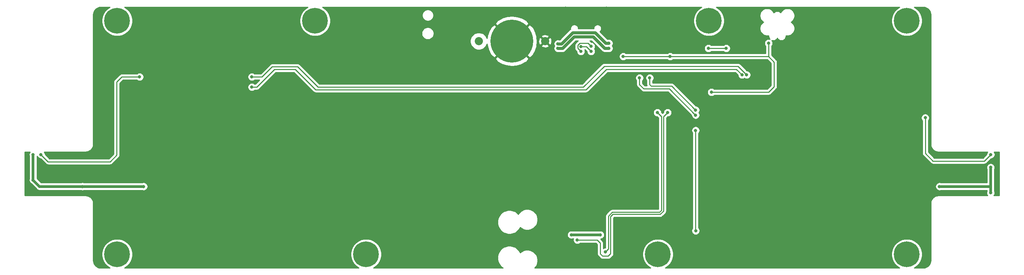
<source format=gbl>
%TF.GenerationSoftware,KiCad,Pcbnew,5.1.8-db9833491~88~ubuntu20.04.1*%
%TF.CreationDate,2020-12-25T16:42:28+05:30*%
%TF.ProjectId,halo,68616c6f-2e6b-4696-9361-645f70636258,v1*%
%TF.SameCoordinates,Original*%
%TF.FileFunction,Copper,L2,Bot*%
%TF.FilePolarity,Positive*%
%FSLAX46Y46*%
G04 Gerber Fmt 4.6, Leading zero omitted, Abs format (unit mm)*
G04 Created by KiCad (PCBNEW 5.1.8-db9833491~88~ubuntu20.04.1) date 2020-12-25 16:42:28*
%MOMM*%
%LPD*%
G01*
G04 APERTURE LIST*
%TA.AperFunction,ComponentPad*%
%ADD10C,2.032000*%
%TD*%
%TA.AperFunction,ComponentPad*%
%ADD11C,10.668000*%
%TD*%
%TA.AperFunction,ComponentPad*%
%ADD12C,6.400000*%
%TD*%
%TA.AperFunction,ComponentPad*%
%ADD13C,0.800000*%
%TD*%
%TA.AperFunction,ViaPad*%
%ADD14C,0.800000*%
%TD*%
%TA.AperFunction,Conductor*%
%ADD15C,0.508000*%
%TD*%
%TA.AperFunction,Conductor*%
%ADD16C,0.635000*%
%TD*%
%TA.AperFunction,Conductor*%
%ADD17C,0.254000*%
%TD*%
%TA.AperFunction,Conductor*%
%ADD18C,0.762000*%
%TD*%
%TA.AperFunction,Conductor*%
%ADD19C,0.100000*%
%TD*%
G04 APERTURE END LIST*
D10*
%TO.P,J1,2*%
%TO.N,GND*%
X147955000Y-68580000D03*
%TO.P,J1,1*%
%TO.N,/Vin*%
X131445000Y-68580000D03*
D11*
%TO.P,J1,2*%
%TO.N,GND*%
X139700000Y-68580000D03*
%TD*%
D12*
%TO.P,SC4,1*%
%TO.N,N/C*%
X237998000Y-63500000D03*
D13*
X240398000Y-63500000D03*
X239695056Y-65197056D03*
X237998000Y-65900000D03*
X236300944Y-65197056D03*
X235598000Y-63500000D03*
X236300944Y-61802944D03*
X237998000Y-61100000D03*
X239695056Y-61802944D03*
%TD*%
D12*
%TO.P,SC2,1*%
%TO.N,N/C*%
X90678000Y-63500000D03*
D13*
X93078000Y-63500000D03*
X92375056Y-65197056D03*
X90678000Y-65900000D03*
X88980944Y-65197056D03*
X88278000Y-63500000D03*
X88980944Y-61802944D03*
X90678000Y-61100000D03*
X92375056Y-61802944D03*
%TD*%
D12*
%TO.P,SC3,1*%
%TO.N,N/C*%
X188722000Y-63500000D03*
D13*
X191122000Y-63500000D03*
X190419056Y-65197056D03*
X188722000Y-65900000D03*
X187024944Y-65197056D03*
X186322000Y-63500000D03*
X187024944Y-61802944D03*
X188722000Y-61100000D03*
X190419056Y-61802944D03*
%TD*%
D12*
%TO.P,SC5,1*%
%TO.N,N/C*%
X237998000Y-121666000D03*
D13*
X240398000Y-121666000D03*
X239695056Y-123363056D03*
X237998000Y-124066000D03*
X236300944Y-123363056D03*
X235598000Y-121666000D03*
X236300944Y-119968944D03*
X237998000Y-119266000D03*
X239695056Y-119968944D03*
%TD*%
D12*
%TO.P,SC6,1*%
%TO.N,N/C*%
X176022000Y-121666000D03*
D13*
X178422000Y-121666000D03*
X177719056Y-123363056D03*
X176022000Y-124066000D03*
X174324944Y-123363056D03*
X173622000Y-121666000D03*
X174324944Y-119968944D03*
X176022000Y-119266000D03*
X177719056Y-119968944D03*
%TD*%
D12*
%TO.P,SC7,1*%
%TO.N,N/C*%
X103378000Y-121666000D03*
D13*
X105778000Y-121666000D03*
X105075056Y-123363056D03*
X103378000Y-124066000D03*
X101680944Y-123363056D03*
X100978000Y-121666000D03*
X101680944Y-119968944D03*
X103378000Y-119266000D03*
X105075056Y-119968944D03*
%TD*%
D12*
%TO.P,SC8,1*%
%TO.N,N/C*%
X41402000Y-121666000D03*
D13*
X43802000Y-121666000D03*
X43099056Y-123363056D03*
X41402000Y-124066000D03*
X39704944Y-123363056D03*
X39002000Y-121666000D03*
X39704944Y-119968944D03*
X41402000Y-119266000D03*
X43099056Y-119968944D03*
%TD*%
%TO.P,SC1,1*%
%TO.N,N/C*%
X43099056Y-61802944D03*
X41402000Y-61100000D03*
X39704944Y-61802944D03*
X39002000Y-63500000D03*
X39704944Y-65197056D03*
X41402000Y-65900000D03*
X43099056Y-65197056D03*
X43802000Y-63500000D03*
D12*
X41402000Y-63500000D03*
%TD*%
D14*
%TO.N,GND*%
X164973000Y-65913000D03*
X92710000Y-116332000D03*
X62230000Y-116459000D03*
X190500000Y-119888000D03*
X199390000Y-116332000D03*
X229870000Y-116459000D03*
X225044000Y-82550000D03*
X232156000Y-82550000D03*
X44450000Y-86741000D03*
X47244000Y-82550000D03*
X54356000Y-82550000D03*
X74930000Y-86741000D03*
X22682200Y-100025200D03*
X28117800Y-103174800D03*
X22682200Y-106400600D03*
X28143200Y-96824800D03*
X37922200Y-106375200D03*
X43383200Y-103174800D03*
X37922200Y-99999800D03*
X43332400Y-96824800D03*
X53162200Y-106375200D03*
X58597800Y-103174800D03*
X53136800Y-100025200D03*
X58597800Y-96824800D03*
X68427600Y-106375200D03*
X73837800Y-103200200D03*
X68402200Y-100025200D03*
X73837800Y-96824800D03*
X83642200Y-106375200D03*
X89077800Y-103174800D03*
X83642200Y-100025200D03*
X89077800Y-96799400D03*
X98882200Y-106375200D03*
X104317800Y-103174800D03*
X98882200Y-100025200D03*
X104317800Y-96824800D03*
X114122200Y-106375200D03*
X119557800Y-103174800D03*
X114122200Y-100025200D03*
X119583200Y-96824800D03*
X129362200Y-106400600D03*
X134797800Y-103174800D03*
X129362200Y-100025200D03*
X134797800Y-96824800D03*
X144576800Y-106375200D03*
X150037800Y-103174800D03*
X144602200Y-100025200D03*
X150037800Y-96824800D03*
X159842200Y-106375200D03*
X165277800Y-103174800D03*
X159842200Y-100025200D03*
X165277800Y-96824800D03*
X175082200Y-106375200D03*
X180517800Y-103174800D03*
X175082200Y-100025200D03*
X180517800Y-96850200D03*
X190296800Y-106375200D03*
X195783200Y-103149400D03*
X190296800Y-100025200D03*
X195757800Y-96824800D03*
X205562200Y-106375200D03*
X210997800Y-103174800D03*
X205536800Y-100025200D03*
X210997800Y-96824800D03*
X220802200Y-106375200D03*
X226237800Y-103174800D03*
X220776800Y-100025200D03*
X226237800Y-96824800D03*
X236042200Y-106375200D03*
X241477800Y-103174800D03*
X236042200Y-100025200D03*
X241477800Y-96824800D03*
X251282200Y-106375200D03*
X256717800Y-103174800D03*
X251282200Y-100025200D03*
X179070000Y-67005200D03*
X181610000Y-67005200D03*
X193675000Y-90805000D03*
X196215000Y-90805000D03*
X203515000Y-78547000D03*
X200406000Y-79375000D03*
X203515001Y-75854600D03*
X195122800Y-85140800D03*
X195122800Y-83947000D03*
X188518809Y-78455865D03*
X189308572Y-79245628D03*
X181610000Y-86360000D03*
X196215000Y-67818000D03*
X151130000Y-86868000D03*
X208102200Y-67868800D03*
X82067400Y-77470000D03*
X77952600Y-80010000D03*
X77952604Y-82550000D03*
X94919800Y-82321400D03*
X93319600Y-83693000D03*
X256717800Y-96824800D03*
X170103798Y-78435198D03*
X185420000Y-67792600D03*
X175209200Y-70815200D03*
X127000000Y-114300000D03*
X131760000Y-113350000D03*
X130810000Y-114300000D03*
X227838000Y-86868000D03*
X216535000Y-64770000D03*
X175295992Y-78450008D03*
X163195008Y-80645000D03*
X163194978Y-79375000D03*
X163195000Y-78105000D03*
X105410000Y-86868000D03*
X209550000Y-86995000D03*
X209550000Y-85725000D03*
X209550000Y-88265000D03*
X60960000Y-67310000D03*
X59690000Y-67310000D03*
X62230000Y-67310000D03*
X99695000Y-67310000D03*
X98425000Y-67310000D03*
X100965000Y-67310000D03*
X107950000Y-116459000D03*
X148590000Y-120650000D03*
X113045000Y-66253600D03*
X113045000Y-64145400D03*
X111252000Y-62153800D03*
X111226600Y-68249800D03*
X153009600Y-60375800D03*
X163245800Y-60375800D03*
X149860000Y-77393800D03*
X151257000Y-65913000D03*
X119176800Y-113360200D03*
X112953800Y-113360200D03*
X117703600Y-123545600D03*
X118948200Y-123545600D03*
X116509800Y-123545600D03*
X177800000Y-116332000D03*
X171450000Y-117348000D03*
X171450000Y-119888000D03*
X166243000Y-118618000D03*
X169545000Y-118618000D03*
X145415000Y-120650000D03*
%TO.N,+5V*%
X258876800Y-106375200D03*
X20497800Y-96824800D03*
X20497800Y-103174800D03*
X258876800Y-100025200D03*
X32773000Y-104782000D03*
X48013000Y-104782000D03*
X246133000Y-104782000D03*
X154482800Y-116814600D03*
X161671000Y-116814600D03*
%TO.N,/RESET*%
X189357000Y-81280000D03*
X203581000Y-69088000D03*
X167386000Y-72390000D03*
X179070000Y-72390000D03*
%TO.N,/Vusb*%
X151130000Y-70358000D03*
X151130000Y-69215004D03*
X163830000Y-70358000D03*
X163830000Y-69088000D03*
%TO.N,/D+*%
X159385000Y-71120000D03*
X156845009Y-69942010D03*
%TO.N,/D-*%
X156845000Y-71120000D03*
X159385000Y-69850000D03*
%TO.N,/SCK*%
X193040000Y-70358000D03*
X188595000Y-70358000D03*
%TO.N,/TXD*%
X185420000Y-86995000D03*
X171450000Y-77724008D03*
%TO.N,/RXD*%
X185420000Y-85725000D03*
X173990000Y-77724000D03*
%TO.N,/SDA*%
X175895000Y-86360000D03*
X162991800Y-121056400D03*
%TO.N,/SCL*%
X178435000Y-86360000D03*
X155956000Y-118110000D03*
%TO.N,/D6~~_CLK*%
X74930000Y-80010000D03*
X196977000Y-76961996D03*
%TO.N,/D5~~_DAT*%
X198120000Y-76962000D03*
X74930000Y-77470000D03*
%TO.N,/D4_MODE*%
X185420000Y-90805000D03*
X185435000Y-115809000D03*
%TO.N,/DAT*%
X22428200Y-96824800D03*
X46990006Y-77470000D03*
%TO.N,/LED_2/DAT_OUT2*%
X258902200Y-96824800D03*
X242595400Y-87655400D03*
%TD*%
D15*
%TO.N,GND*%
X195122800Y-85140800D02*
X195122800Y-83947000D01*
D16*
%TO.N,+5V*%
X20497800Y-96824800D02*
X20497800Y-98501200D01*
X20497800Y-98501200D02*
X20497800Y-103174800D01*
X258876800Y-105079800D02*
X258876800Y-106375200D01*
X258876800Y-105079800D02*
X258876800Y-100025200D01*
X22105000Y-104782000D02*
X32773000Y-104782000D01*
X20497800Y-103174800D02*
X22105000Y-104782000D01*
X32773000Y-104782000D02*
X48013000Y-104782000D01*
X246698685Y-104782000D02*
X246133000Y-104782000D01*
X258869800Y-104782000D02*
X246698685Y-104782000D01*
X258876800Y-104775000D02*
X258869800Y-104782000D01*
X154482800Y-116814600D02*
X161671000Y-116814600D01*
D17*
%TO.N,/RESET*%
X203581000Y-81280000D02*
X189357000Y-81280000D01*
X204978000Y-73787000D02*
X204978000Y-79883000D01*
X204978000Y-79883000D02*
X203581000Y-81280000D01*
X203581000Y-72390000D02*
X204978000Y-73787000D01*
X203581000Y-72390000D02*
X203581000Y-69088000D01*
X203581000Y-72390000D02*
X179070000Y-72390000D01*
X167386000Y-72390000D02*
X179070000Y-72390000D01*
D18*
%TO.N,/Vusb*%
X163068000Y-69088000D02*
X163830000Y-69088000D01*
X160401000Y-66421000D02*
X163068000Y-69088000D01*
X154813000Y-66421000D02*
X160401000Y-66421000D01*
X152018996Y-69215004D02*
X154813000Y-66421000D01*
X151130000Y-69215004D02*
X152018996Y-69215004D01*
X162814014Y-70358014D02*
X163829994Y-70358014D01*
X159893000Y-67437000D02*
X162814014Y-70358014D01*
X155194000Y-67437000D02*
X159893000Y-67437000D01*
X152273000Y-70358000D02*
X155194000Y-67437000D01*
X151130000Y-70358000D02*
X152273000Y-70358000D01*
D17*
%TO.N,/D+*%
X159385000Y-71120000D02*
X158207010Y-69942010D01*
X158207010Y-69942010D02*
X156845009Y-69942010D01*
%TO.N,/D-*%
X156566249Y-69112751D02*
X158647751Y-69112751D01*
X156117999Y-70392999D02*
X156117999Y-69561001D01*
X156117999Y-69561001D02*
X156566249Y-69112751D01*
X156845000Y-71120000D02*
X156117999Y-70392999D01*
X158647751Y-69112751D02*
X159385000Y-69850000D01*
%TO.N,/SCK*%
X193040000Y-70358000D02*
X188595000Y-70358000D01*
%TO.N,/TXD*%
X185420000Y-86995000D02*
X178834999Y-80409999D01*
X178834999Y-80409999D02*
X172484999Y-80409999D01*
X171450000Y-79375000D02*
X172484999Y-80409999D01*
X171450000Y-77724008D02*
X171450000Y-79375000D01*
%TO.N,/RXD*%
X185420000Y-85725000D02*
X179469983Y-79774983D01*
X179469983Y-79774983D02*
X174389999Y-79774983D01*
X173990000Y-79374984D02*
X174389999Y-79774983D01*
X173990000Y-77724000D02*
X173990000Y-79374984D01*
%TO.N,/SDA*%
X164642800Y-111201200D02*
X163703000Y-112141000D01*
X163703000Y-112141000D02*
X163703000Y-120345200D01*
X176403000Y-111201200D02*
X164642800Y-111201200D01*
X163703000Y-120345200D02*
X162991800Y-121056400D01*
X176885600Y-110718600D02*
X176403000Y-111201200D01*
X176885600Y-87350600D02*
X176885600Y-110718600D01*
X175895000Y-86360000D02*
X176885600Y-87350600D01*
%TO.N,/SCL*%
X164261800Y-121513600D02*
X164261800Y-112268000D01*
X163652200Y-122123200D02*
X164261800Y-121513600D01*
X176580800Y-111709200D02*
X177393600Y-110896400D01*
X164820600Y-111709200D02*
X176580800Y-111709200D01*
X162255200Y-122123200D02*
X163652200Y-122123200D01*
X161671000Y-121539000D02*
X162255200Y-122123200D01*
X177393600Y-110896400D02*
X177393600Y-87401400D01*
X161671000Y-118872000D02*
X161671000Y-121539000D01*
X160909000Y-118110000D02*
X161671000Y-118872000D01*
X177393600Y-87401400D02*
X178435000Y-86360000D01*
X164261800Y-112268000D02*
X164820600Y-111709200D01*
X155956000Y-118110000D02*
X160909000Y-118110000D01*
%TO.N,/D6~~_CLK*%
X80610343Y-75565000D02*
X76165343Y-80010000D01*
X85725000Y-75565000D02*
X80610343Y-75565000D01*
X90805000Y-80645000D02*
X85725000Y-75565000D01*
X158115000Y-80645000D02*
X90805000Y-80645000D01*
X76165343Y-80010000D02*
X74930000Y-80010000D01*
X195580004Y-75565000D02*
X163195000Y-75565000D01*
X163195000Y-75565000D02*
X158115000Y-80645000D01*
X196977000Y-76961996D02*
X195580004Y-75565000D01*
%TO.N,/D5~~_DAT*%
X77470000Y-77470000D02*
X74930000Y-77470000D01*
X91443533Y-80010000D02*
X86363533Y-74930000D01*
X157480000Y-80010000D02*
X91443533Y-80010000D01*
X162687000Y-74803000D02*
X157480000Y-80010000D01*
X80010000Y-74930000D02*
X77470000Y-77470000D01*
X86363533Y-74930000D02*
X80010000Y-74930000D01*
X195961000Y-74803000D02*
X162687000Y-74803000D01*
X198120000Y-76962000D02*
X195961000Y-74803000D01*
%TO.N,/D4_MODE*%
X185420000Y-115794000D02*
X185435000Y-115809000D01*
X185420000Y-114604800D02*
X185420000Y-115794000D01*
X185420000Y-90805000D02*
X185420000Y-114604800D01*
%TO.N,/DAT*%
X24206200Y-98602800D02*
X22428200Y-96824800D01*
X39649400Y-98602800D02*
X24206200Y-98602800D01*
X41275000Y-96977200D02*
X39649400Y-98602800D01*
X41275000Y-78740000D02*
X41275000Y-96977200D01*
X42545000Y-77470000D02*
X41275000Y-78740000D01*
X46990006Y-77470000D02*
X42545000Y-77470000D01*
%TO.N,/LED_2/DAT_OUT2*%
X244500400Y-98425000D02*
X242595400Y-96520000D01*
X242595400Y-96520000D02*
X242595400Y-87655400D01*
X257302000Y-98425000D02*
X244500400Y-98425000D01*
X258902200Y-96824800D02*
X257302000Y-98425000D01*
%TD*%
%TO.N,GND*%
X39585446Y-60101467D02*
X38957330Y-60521161D01*
X38423161Y-61055330D01*
X38003467Y-61683446D01*
X37714377Y-62381372D01*
X37567000Y-63122285D01*
X37567000Y-63877715D01*
X37714377Y-64618628D01*
X38003467Y-65316554D01*
X38423161Y-65944670D01*
X38957330Y-66478839D01*
X39585446Y-66898533D01*
X40283372Y-67187623D01*
X41024285Y-67335000D01*
X41779715Y-67335000D01*
X42520628Y-67187623D01*
X43218554Y-66898533D01*
X43846670Y-66478839D01*
X44380839Y-65944670D01*
X44800533Y-65316554D01*
X45089623Y-64618628D01*
X45237000Y-63877715D01*
X45237000Y-63122285D01*
X45089623Y-62381372D01*
X44800533Y-61683446D01*
X44380839Y-61055330D01*
X43846670Y-60521161D01*
X43218554Y-60101467D01*
X43205355Y-60096000D01*
X88874645Y-60096000D01*
X88861446Y-60101467D01*
X88233330Y-60521161D01*
X87699161Y-61055330D01*
X87279467Y-61683446D01*
X86990377Y-62381372D01*
X86843000Y-63122285D01*
X86843000Y-63877715D01*
X86990377Y-64618628D01*
X87279467Y-65316554D01*
X87699161Y-65944670D01*
X88233330Y-66478839D01*
X88861446Y-66898533D01*
X89559372Y-67187623D01*
X90300285Y-67335000D01*
X91055715Y-67335000D01*
X91796628Y-67187623D01*
X92494554Y-66898533D01*
X93092772Y-66498816D01*
X117210000Y-66498816D01*
X117210000Y-66801184D01*
X117268989Y-67097743D01*
X117384701Y-67377095D01*
X117552688Y-67628505D01*
X117766495Y-67842312D01*
X118017905Y-68010299D01*
X118297257Y-68126011D01*
X118593816Y-68185000D01*
X118896184Y-68185000D01*
X119192743Y-68126011D01*
X119472095Y-68010299D01*
X119723505Y-67842312D01*
X119937312Y-67628505D01*
X120105299Y-67377095D01*
X120221011Y-67097743D01*
X120280000Y-66801184D01*
X120280000Y-66498816D01*
X120221011Y-66202257D01*
X120105299Y-65922905D01*
X119937312Y-65671495D01*
X119723505Y-65457688D01*
X119472095Y-65289701D01*
X119192743Y-65173989D01*
X118896184Y-65115000D01*
X118593816Y-65115000D01*
X118297257Y-65173989D01*
X118017905Y-65289701D01*
X117766495Y-65457688D01*
X117552688Y-65671495D01*
X117384701Y-65922905D01*
X117268989Y-66202257D01*
X117210000Y-66498816D01*
X93092772Y-66498816D01*
X93122670Y-66478839D01*
X93656839Y-65944670D01*
X94076533Y-65316554D01*
X94365623Y-64618628D01*
X94443586Y-64226681D01*
X135526286Y-64226681D01*
X139700000Y-68400395D01*
X143873714Y-64226681D01*
X143271982Y-63447522D01*
X142202051Y-62849282D01*
X141035967Y-62471270D01*
X139818543Y-62328013D01*
X138596563Y-62425017D01*
X137416988Y-62758553D01*
X136325148Y-63315804D01*
X136128018Y-63447522D01*
X135526286Y-64226681D01*
X94443586Y-64226681D01*
X94513000Y-63877715D01*
X94513000Y-63122285D01*
X94365623Y-62381372D01*
X94211243Y-62008665D01*
X117310000Y-62008665D01*
X117310000Y-62291335D01*
X117365147Y-62568574D01*
X117473320Y-62829727D01*
X117630363Y-63064759D01*
X117830241Y-63264637D01*
X118065273Y-63421680D01*
X118326426Y-63529853D01*
X118603665Y-63585000D01*
X118886335Y-63585000D01*
X119163574Y-63529853D01*
X119424727Y-63421680D01*
X119659759Y-63264637D01*
X119859637Y-63064759D01*
X120016680Y-62829727D01*
X120124853Y-62568574D01*
X120180000Y-62291335D01*
X120180000Y-62008665D01*
X120124853Y-61731426D01*
X120016680Y-61470273D01*
X119859637Y-61235241D01*
X119659759Y-61035363D01*
X119424727Y-60878320D01*
X119163574Y-60770147D01*
X118886335Y-60715000D01*
X118603665Y-60715000D01*
X118326426Y-60770147D01*
X118065273Y-60878320D01*
X117830241Y-61035363D01*
X117630363Y-61235241D01*
X117473320Y-61470273D01*
X117365147Y-61731426D01*
X117310000Y-62008665D01*
X94211243Y-62008665D01*
X94076533Y-61683446D01*
X93656839Y-61055330D01*
X93122670Y-60521161D01*
X92494554Y-60101467D01*
X92481355Y-60096000D01*
X186918645Y-60096000D01*
X186905446Y-60101467D01*
X186277330Y-60521161D01*
X185743161Y-61055330D01*
X185323467Y-61683446D01*
X185034377Y-62381372D01*
X184887000Y-63122285D01*
X184887000Y-63877715D01*
X185034377Y-64618628D01*
X185323467Y-65316554D01*
X185743161Y-65944670D01*
X186277330Y-66478839D01*
X186905446Y-66898533D01*
X187603372Y-67187623D01*
X188344285Y-67335000D01*
X189099715Y-67335000D01*
X189840628Y-67187623D01*
X190538554Y-66898533D01*
X191166670Y-66478839D01*
X191700839Y-65944670D01*
X192120533Y-65316554D01*
X192409623Y-64618628D01*
X192557000Y-63877715D01*
X192557000Y-63122285D01*
X192409623Y-62381372D01*
X192120533Y-61683446D01*
X191700839Y-61055330D01*
X191166670Y-60521161D01*
X190538554Y-60101467D01*
X190525355Y-60096000D01*
X236194645Y-60096000D01*
X236181446Y-60101467D01*
X235553330Y-60521161D01*
X235019161Y-61055330D01*
X234599467Y-61683446D01*
X234310377Y-62381372D01*
X234163000Y-63122285D01*
X234163000Y-63877715D01*
X234310377Y-64618628D01*
X234599467Y-65316554D01*
X235019161Y-65944670D01*
X235553330Y-66478839D01*
X236181446Y-66898533D01*
X236879372Y-67187623D01*
X237620285Y-67335000D01*
X238375715Y-67335000D01*
X239116628Y-67187623D01*
X239814554Y-66898533D01*
X240442670Y-66478839D01*
X240976839Y-65944670D01*
X241396533Y-65316554D01*
X241685623Y-64618628D01*
X241833000Y-63877715D01*
X241833000Y-63122285D01*
X241685623Y-62381372D01*
X241396533Y-61683446D01*
X240976839Y-61055330D01*
X240442670Y-60521161D01*
X239814554Y-60101467D01*
X239801355Y-60096000D01*
X242029721Y-60096000D01*
X242426545Y-60134909D01*
X242777208Y-60240780D01*
X243100625Y-60412744D01*
X243384484Y-60644254D01*
X243617965Y-60926486D01*
X243792183Y-61248695D01*
X243900502Y-61598614D01*
X243942001Y-61993452D01*
X243942000Y-94266418D01*
X243944802Y-94294864D01*
X243944747Y-94302682D01*
X243945646Y-94311853D01*
X243971554Y-94558357D01*
X243983589Y-94616986D01*
X243994792Y-94675716D01*
X243997456Y-94684538D01*
X244070751Y-94921314D01*
X244093931Y-94976457D01*
X244116339Y-95031920D01*
X244120665Y-95040054D01*
X244120667Y-95040059D01*
X244120670Y-95040064D01*
X244238553Y-95258086D01*
X244271988Y-95307654D01*
X244304759Y-95357735D01*
X244310584Y-95364876D01*
X244468577Y-95555856D01*
X244511012Y-95597995D01*
X244552875Y-95640745D01*
X244559976Y-95646618D01*
X244752053Y-95803273D01*
X244801875Y-95836374D01*
X244851237Y-95870173D01*
X244859343Y-95874556D01*
X245078191Y-95990919D01*
X245133479Y-96013707D01*
X245188475Y-96037279D01*
X245197278Y-96040003D01*
X245434559Y-96111643D01*
X245493246Y-96123264D01*
X245551752Y-96135700D01*
X245560915Y-96136663D01*
X245560917Y-96136663D01*
X245807595Y-96160850D01*
X245807598Y-96160850D01*
X245839581Y-96164000D01*
X258099289Y-96164000D01*
X258098263Y-96165026D01*
X257984995Y-96334544D01*
X257906974Y-96522902D01*
X257867200Y-96722861D01*
X257867200Y-96782170D01*
X256986370Y-97663000D01*
X244816031Y-97663000D01*
X243357400Y-96204370D01*
X243357400Y-88357111D01*
X243399337Y-88315174D01*
X243512605Y-88145656D01*
X243590626Y-87957298D01*
X243630400Y-87757339D01*
X243630400Y-87553461D01*
X243590626Y-87353502D01*
X243512605Y-87165144D01*
X243399337Y-86995626D01*
X243255174Y-86851463D01*
X243085656Y-86738195D01*
X242897298Y-86660174D01*
X242697339Y-86620400D01*
X242493461Y-86620400D01*
X242293502Y-86660174D01*
X242105144Y-86738195D01*
X241935626Y-86851463D01*
X241791463Y-86995626D01*
X241678195Y-87165144D01*
X241600174Y-87353502D01*
X241560400Y-87553461D01*
X241560400Y-87757339D01*
X241600174Y-87957298D01*
X241678195Y-88145656D01*
X241791463Y-88315174D01*
X241833401Y-88357112D01*
X241833400Y-96482577D01*
X241829714Y-96520000D01*
X241833400Y-96557423D01*
X241833400Y-96557425D01*
X241844426Y-96669377D01*
X241887998Y-96813014D01*
X241887999Y-96813015D01*
X241958755Y-96945392D01*
X241998383Y-96993678D01*
X242053978Y-97061422D01*
X242083054Y-97085284D01*
X243935121Y-98937352D01*
X243958978Y-98966422D01*
X243988048Y-98990279D01*
X244075007Y-99061645D01*
X244145764Y-99099465D01*
X244207385Y-99132402D01*
X244351022Y-99175974D01*
X244462974Y-99187000D01*
X244462977Y-99187000D01*
X244500400Y-99190686D01*
X244537823Y-99187000D01*
X257264577Y-99187000D01*
X257302000Y-99190686D01*
X257339423Y-99187000D01*
X257339426Y-99187000D01*
X257451378Y-99175974D01*
X257595015Y-99132402D01*
X257727392Y-99061645D01*
X257843422Y-98966422D01*
X257867284Y-98937346D01*
X258944830Y-97859800D01*
X259004139Y-97859800D01*
X259204098Y-97820026D01*
X259392456Y-97742005D01*
X259561974Y-97628737D01*
X259706137Y-97484574D01*
X259819405Y-97315056D01*
X259897426Y-97126698D01*
X259937200Y-96926739D01*
X259937200Y-96722861D01*
X259897426Y-96522902D01*
X259819405Y-96334544D01*
X259706137Y-96165026D01*
X259705111Y-96164000D01*
X260960001Y-96164000D01*
X260960000Y-107036000D01*
X259679711Y-107036000D01*
X259680737Y-107034974D01*
X259794005Y-106865456D01*
X259872026Y-106677098D01*
X259911800Y-106477139D01*
X259911800Y-106273261D01*
X259872026Y-106073302D01*
X259829300Y-105970153D01*
X259829300Y-104821785D01*
X259833908Y-104775001D01*
X259829300Y-104728216D01*
X259829300Y-100430247D01*
X259872026Y-100327098D01*
X259911800Y-100127139D01*
X259911800Y-99923261D01*
X259872026Y-99723302D01*
X259794005Y-99534944D01*
X259680737Y-99365426D01*
X259536574Y-99221263D01*
X259367056Y-99107995D01*
X259178698Y-99029974D01*
X258978739Y-98990200D01*
X258774861Y-98990200D01*
X258574902Y-99029974D01*
X258386544Y-99107995D01*
X258217026Y-99221263D01*
X258072863Y-99365426D01*
X257959595Y-99534944D01*
X257881574Y-99723302D01*
X257841800Y-99923261D01*
X257841800Y-100127139D01*
X257881574Y-100327098D01*
X257924301Y-100430249D01*
X257924300Y-103829500D01*
X246538047Y-103829500D01*
X246434898Y-103786774D01*
X246234939Y-103747000D01*
X246031061Y-103747000D01*
X245831102Y-103786774D01*
X245642744Y-103864795D01*
X245473226Y-103978063D01*
X245329063Y-104122226D01*
X245215795Y-104291744D01*
X245137774Y-104480102D01*
X245098000Y-104680061D01*
X245098000Y-104883939D01*
X245137774Y-105083898D01*
X245215795Y-105272256D01*
X245329063Y-105441774D01*
X245473226Y-105585937D01*
X245642744Y-105699205D01*
X245831102Y-105777226D01*
X246031061Y-105817000D01*
X246234939Y-105817000D01*
X246434898Y-105777226D01*
X246538047Y-105734500D01*
X257924301Y-105734500D01*
X257924301Y-105970151D01*
X257881574Y-106073302D01*
X257841800Y-106273261D01*
X257841800Y-106477139D01*
X257881574Y-106677098D01*
X257959595Y-106865456D01*
X258072863Y-107034974D01*
X258073889Y-107036000D01*
X245839581Y-107036000D01*
X245811135Y-107038802D01*
X245803318Y-107038747D01*
X245794147Y-107039646D01*
X245547644Y-107065554D01*
X245489028Y-107077586D01*
X245430284Y-107088792D01*
X245421462Y-107091456D01*
X245184686Y-107164751D01*
X245129555Y-107187926D01*
X245074080Y-107210339D01*
X245065944Y-107214666D01*
X244847914Y-107332554D01*
X244798346Y-107365988D01*
X244748265Y-107398760D01*
X244741124Y-107404584D01*
X244550144Y-107562577D01*
X244508005Y-107605012D01*
X244465255Y-107646875D01*
X244459381Y-107653976D01*
X244302727Y-107846054D01*
X244269655Y-107895831D01*
X244235826Y-107945237D01*
X244231444Y-107953343D01*
X244115081Y-108172191D01*
X244092298Y-108227468D01*
X244068721Y-108282475D01*
X244065997Y-108291278D01*
X243994357Y-108528559D01*
X243982736Y-108587246D01*
X243970300Y-108645752D01*
X243969337Y-108654917D01*
X243945150Y-108901595D01*
X243942000Y-108933582D01*
X243942001Y-123157711D01*
X243903091Y-123554545D01*
X243797220Y-123905206D01*
X243625257Y-124228623D01*
X243393748Y-124512482D01*
X243111514Y-124745965D01*
X242789304Y-124920184D01*
X242439385Y-125028502D01*
X242044557Y-125070000D01*
X239801355Y-125070000D01*
X239814554Y-125064533D01*
X240442670Y-124644839D01*
X240976839Y-124110670D01*
X241396533Y-123482554D01*
X241685623Y-122784628D01*
X241833000Y-122043715D01*
X241833000Y-121288285D01*
X241685623Y-120547372D01*
X241396533Y-119849446D01*
X240976839Y-119221330D01*
X240442670Y-118687161D01*
X239814554Y-118267467D01*
X239116628Y-117978377D01*
X238375715Y-117831000D01*
X237620285Y-117831000D01*
X236879372Y-117978377D01*
X236181446Y-118267467D01*
X235553330Y-118687161D01*
X235019161Y-119221330D01*
X234599467Y-119849446D01*
X234310377Y-120547372D01*
X234163000Y-121288285D01*
X234163000Y-122043715D01*
X234310377Y-122784628D01*
X234599467Y-123482554D01*
X235019161Y-124110670D01*
X235553330Y-124644839D01*
X236181446Y-125064533D01*
X236194645Y-125070000D01*
X177825355Y-125070000D01*
X177838554Y-125064533D01*
X178466670Y-124644839D01*
X179000839Y-124110670D01*
X179420533Y-123482554D01*
X179709623Y-122784628D01*
X179857000Y-122043715D01*
X179857000Y-121288285D01*
X179709623Y-120547372D01*
X179420533Y-119849446D01*
X179000839Y-119221330D01*
X178466670Y-118687161D01*
X177838554Y-118267467D01*
X177140628Y-117978377D01*
X176399715Y-117831000D01*
X175644285Y-117831000D01*
X174903372Y-117978377D01*
X174205446Y-118267467D01*
X173577330Y-118687161D01*
X173043161Y-119221330D01*
X172623467Y-119849446D01*
X172334377Y-120547372D01*
X172187000Y-121288285D01*
X172187000Y-122043715D01*
X172334377Y-122784628D01*
X172623467Y-123482554D01*
X173043161Y-124110670D01*
X173577330Y-124644839D01*
X174205446Y-125064533D01*
X174218645Y-125070000D01*
X145311904Y-125070000D01*
X145532270Y-124849634D01*
X145817192Y-124423220D01*
X146013449Y-123949413D01*
X146113500Y-123446422D01*
X146113500Y-122933578D01*
X146013449Y-122430587D01*
X145817192Y-121956780D01*
X145532270Y-121530366D01*
X145169634Y-121167730D01*
X144743220Y-120882808D01*
X144269413Y-120686551D01*
X143766422Y-120586500D01*
X143253578Y-120586500D01*
X142750587Y-120686551D01*
X142276780Y-120882808D01*
X141850366Y-121167730D01*
X141758731Y-121259365D01*
X141709830Y-121141309D01*
X141383213Y-120652492D01*
X140967508Y-120236787D01*
X140478691Y-119910170D01*
X139935547Y-119685192D01*
X139358948Y-119570500D01*
X138771052Y-119570500D01*
X138194453Y-119685192D01*
X137651309Y-119910170D01*
X137162492Y-120236787D01*
X136746787Y-120652492D01*
X136420170Y-121141309D01*
X136195192Y-121684453D01*
X136080500Y-122261052D01*
X136080500Y-122848948D01*
X136195192Y-123425547D01*
X136420170Y-123968691D01*
X136746787Y-124457508D01*
X137162492Y-124873213D01*
X137457005Y-125070000D01*
X105181355Y-125070000D01*
X105194554Y-125064533D01*
X105822670Y-124644839D01*
X106356839Y-124110670D01*
X106776533Y-123482554D01*
X107065623Y-122784628D01*
X107213000Y-122043715D01*
X107213000Y-121288285D01*
X107065623Y-120547372D01*
X106776533Y-119849446D01*
X106356839Y-119221330D01*
X105822670Y-118687161D01*
X105194554Y-118267467D01*
X104496628Y-117978377D01*
X103755715Y-117831000D01*
X103000285Y-117831000D01*
X102259372Y-117978377D01*
X101561446Y-118267467D01*
X100933330Y-118687161D01*
X100399161Y-119221330D01*
X99979467Y-119849446D01*
X99690377Y-120547372D01*
X99543000Y-121288285D01*
X99543000Y-122043715D01*
X99690377Y-122784628D01*
X99979467Y-123482554D01*
X100399161Y-124110670D01*
X100933330Y-124644839D01*
X101561446Y-125064533D01*
X101574645Y-125070000D01*
X43205355Y-125070000D01*
X43218554Y-125064533D01*
X43846670Y-124644839D01*
X44380839Y-124110670D01*
X44800533Y-123482554D01*
X45089623Y-122784628D01*
X45237000Y-122043715D01*
X45237000Y-121288285D01*
X45089623Y-120547372D01*
X44800533Y-119849446D01*
X44380839Y-119221330D01*
X43846670Y-118687161D01*
X43218554Y-118267467D01*
X42520628Y-117978377D01*
X41779715Y-117831000D01*
X41024285Y-117831000D01*
X40283372Y-117978377D01*
X39585446Y-118267467D01*
X38957330Y-118687161D01*
X38423161Y-119221330D01*
X38003467Y-119849446D01*
X37714377Y-120547372D01*
X37567000Y-121288285D01*
X37567000Y-122043715D01*
X37714377Y-122784628D01*
X38003467Y-123482554D01*
X38423161Y-124110670D01*
X38957330Y-124644839D01*
X39585446Y-125064533D01*
X39598645Y-125070000D01*
X37370279Y-125070000D01*
X36973455Y-125031091D01*
X36622794Y-124925220D01*
X36299377Y-124753257D01*
X36015518Y-124521748D01*
X35782035Y-124239514D01*
X35607816Y-123917304D01*
X35499498Y-123567385D01*
X35458000Y-123172557D01*
X35458000Y-116712661D01*
X153447800Y-116712661D01*
X153447800Y-116916539D01*
X153487574Y-117116498D01*
X153565595Y-117304856D01*
X153678863Y-117474374D01*
X153823026Y-117618537D01*
X153992544Y-117731805D01*
X154180902Y-117809826D01*
X154380861Y-117849600D01*
X154584739Y-117849600D01*
X154784698Y-117809826D01*
X154887847Y-117767100D01*
X154977758Y-117767100D01*
X154960774Y-117808102D01*
X154921000Y-118008061D01*
X154921000Y-118211939D01*
X154960774Y-118411898D01*
X155038795Y-118600256D01*
X155152063Y-118769774D01*
X155296226Y-118913937D01*
X155465744Y-119027205D01*
X155654102Y-119105226D01*
X155854061Y-119145000D01*
X156057939Y-119145000D01*
X156257898Y-119105226D01*
X156446256Y-119027205D01*
X156615774Y-118913937D01*
X156657711Y-118872000D01*
X160593370Y-118872000D01*
X160909000Y-119187631D01*
X160909001Y-121501567D01*
X160905314Y-121539000D01*
X160920027Y-121688378D01*
X160963599Y-121832015D01*
X161034355Y-121964392D01*
X161084876Y-122025951D01*
X161129579Y-122080422D01*
X161158649Y-122104279D01*
X161689916Y-122635546D01*
X161713778Y-122664622D01*
X161760886Y-122703282D01*
X161829807Y-122759845D01*
X161880671Y-122787032D01*
X161962185Y-122830602D01*
X162105822Y-122874174D01*
X162217774Y-122885200D01*
X162217777Y-122885200D01*
X162255200Y-122888886D01*
X162292623Y-122885200D01*
X163614777Y-122885200D01*
X163652200Y-122888886D01*
X163689623Y-122885200D01*
X163689626Y-122885200D01*
X163801578Y-122874174D01*
X163945215Y-122830602D01*
X164077592Y-122759845D01*
X164193622Y-122664622D01*
X164217484Y-122635546D01*
X164774147Y-122078883D01*
X164803222Y-122055022D01*
X164883847Y-121956780D01*
X164898445Y-121938993D01*
X164955625Y-121832015D01*
X164969202Y-121806615D01*
X165012774Y-121662978D01*
X165023800Y-121551026D01*
X165023800Y-121551023D01*
X165027486Y-121513600D01*
X165023800Y-121476177D01*
X165023800Y-112583630D01*
X165136230Y-112471200D01*
X176543377Y-112471200D01*
X176580800Y-112474886D01*
X176618223Y-112471200D01*
X176618226Y-112471200D01*
X176730178Y-112460174D01*
X176873815Y-112416602D01*
X177006192Y-112345845D01*
X177122222Y-112250622D01*
X177146084Y-112221547D01*
X177905953Y-111461678D01*
X177935022Y-111437822D01*
X177986321Y-111375314D01*
X178030245Y-111321793D01*
X178068065Y-111251036D01*
X178101002Y-111189415D01*
X178144574Y-111045778D01*
X178155600Y-110933826D01*
X178155600Y-110933823D01*
X178159286Y-110896400D01*
X178155600Y-110858977D01*
X178155600Y-90703061D01*
X184385000Y-90703061D01*
X184385000Y-90906939D01*
X184424774Y-91106898D01*
X184502795Y-91295256D01*
X184616063Y-91464774D01*
X184658000Y-91506711D01*
X184658001Y-114567365D01*
X184658000Y-114567375D01*
X184658000Y-115122289D01*
X184631063Y-115149226D01*
X184517795Y-115318744D01*
X184439774Y-115507102D01*
X184400000Y-115707061D01*
X184400000Y-115910939D01*
X184439774Y-116110898D01*
X184517795Y-116299256D01*
X184631063Y-116468774D01*
X184775226Y-116612937D01*
X184944744Y-116726205D01*
X185133102Y-116804226D01*
X185333061Y-116844000D01*
X185536939Y-116844000D01*
X185736898Y-116804226D01*
X185925256Y-116726205D01*
X186094774Y-116612937D01*
X186238937Y-116468774D01*
X186352205Y-116299256D01*
X186430226Y-116110898D01*
X186470000Y-115910939D01*
X186470000Y-115707061D01*
X186430226Y-115507102D01*
X186352205Y-115318744D01*
X186238937Y-115149226D01*
X186182000Y-115092289D01*
X186182000Y-91506711D01*
X186223937Y-91464774D01*
X186337205Y-91295256D01*
X186415226Y-91106898D01*
X186455000Y-90906939D01*
X186455000Y-90703061D01*
X186415226Y-90503102D01*
X186337205Y-90314744D01*
X186223937Y-90145226D01*
X186079774Y-90001063D01*
X185910256Y-89887795D01*
X185721898Y-89809774D01*
X185521939Y-89770000D01*
X185318061Y-89770000D01*
X185118102Y-89809774D01*
X184929744Y-89887795D01*
X184760226Y-90001063D01*
X184616063Y-90145226D01*
X184502795Y-90314744D01*
X184424774Y-90503102D01*
X184385000Y-90703061D01*
X178155600Y-90703061D01*
X178155600Y-87717030D01*
X178477631Y-87395000D01*
X178536939Y-87395000D01*
X178736898Y-87355226D01*
X178925256Y-87277205D01*
X179094774Y-87163937D01*
X179238937Y-87019774D01*
X179352205Y-86850256D01*
X179430226Y-86661898D01*
X179470000Y-86461939D01*
X179470000Y-86258061D01*
X179430226Y-86058102D01*
X179352205Y-85869744D01*
X179238937Y-85700226D01*
X179094774Y-85556063D01*
X178925256Y-85442795D01*
X178736898Y-85364774D01*
X178536939Y-85325000D01*
X178333061Y-85325000D01*
X178133102Y-85364774D01*
X177944744Y-85442795D01*
X177775226Y-85556063D01*
X177631063Y-85700226D01*
X177517795Y-85869744D01*
X177439774Y-86058102D01*
X177400000Y-86258061D01*
X177400000Y-86317369D01*
X177165000Y-86552369D01*
X176930000Y-86317369D01*
X176930000Y-86258061D01*
X176890226Y-86058102D01*
X176812205Y-85869744D01*
X176698937Y-85700226D01*
X176554774Y-85556063D01*
X176385256Y-85442795D01*
X176196898Y-85364774D01*
X175996939Y-85325000D01*
X175793061Y-85325000D01*
X175593102Y-85364774D01*
X175404744Y-85442795D01*
X175235226Y-85556063D01*
X175091063Y-85700226D01*
X174977795Y-85869744D01*
X174899774Y-86058102D01*
X174860000Y-86258061D01*
X174860000Y-86461939D01*
X174899774Y-86661898D01*
X174977795Y-86850256D01*
X175091063Y-87019774D01*
X175235226Y-87163937D01*
X175404744Y-87277205D01*
X175593102Y-87355226D01*
X175793061Y-87395000D01*
X175852369Y-87395000D01*
X176123600Y-87666231D01*
X176123601Y-110402969D01*
X176087370Y-110439200D01*
X164680223Y-110439200D01*
X164642800Y-110435514D01*
X164605377Y-110439200D01*
X164605374Y-110439200D01*
X164493422Y-110450226D01*
X164349785Y-110493798D01*
X164288508Y-110526551D01*
X164217407Y-110564555D01*
X164134704Y-110632428D01*
X164101378Y-110659778D01*
X164077521Y-110688849D01*
X163190654Y-111575716D01*
X163161578Y-111599578D01*
X163110280Y-111662086D01*
X163066355Y-111715608D01*
X163039164Y-111766479D01*
X162995598Y-111847986D01*
X162952026Y-111991623D01*
X162941000Y-112103574D01*
X162937314Y-112141000D01*
X162941000Y-112178423D01*
X162941001Y-120021400D01*
X162889861Y-120021400D01*
X162689902Y-120061174D01*
X162501544Y-120139195D01*
X162433000Y-120184995D01*
X162433000Y-118909423D01*
X162436686Y-118872000D01*
X162433000Y-118834574D01*
X162421974Y-118722622D01*
X162378402Y-118578985D01*
X162307646Y-118446609D01*
X162307645Y-118446607D01*
X162236279Y-118359648D01*
X162212422Y-118330578D01*
X162183353Y-118306722D01*
X161726230Y-117849600D01*
X161772939Y-117849600D01*
X161972898Y-117809826D01*
X162161256Y-117731805D01*
X162330774Y-117618537D01*
X162474937Y-117474374D01*
X162588205Y-117304856D01*
X162666226Y-117116498D01*
X162706000Y-116916539D01*
X162706000Y-116712661D01*
X162666226Y-116512702D01*
X162588205Y-116324344D01*
X162474937Y-116154826D01*
X162330774Y-116010663D01*
X162161256Y-115897395D01*
X161972898Y-115819374D01*
X161772939Y-115779600D01*
X161569061Y-115779600D01*
X161369102Y-115819374D01*
X161265953Y-115862100D01*
X154887847Y-115862100D01*
X154784698Y-115819374D01*
X154584739Y-115779600D01*
X154380861Y-115779600D01*
X154180902Y-115819374D01*
X153992544Y-115897395D01*
X153823026Y-116010663D01*
X153678863Y-116154826D01*
X153565595Y-116324344D01*
X153487574Y-116512702D01*
X153447800Y-116712661D01*
X35458000Y-116712661D01*
X35458000Y-113371052D01*
X136080500Y-113371052D01*
X136080500Y-113958948D01*
X136195192Y-114535547D01*
X136420170Y-115078691D01*
X136746787Y-115567508D01*
X137162492Y-115983213D01*
X137651309Y-116309830D01*
X138194453Y-116534808D01*
X138771052Y-116649500D01*
X139358948Y-116649500D01*
X139935547Y-116534808D01*
X140478691Y-116309830D01*
X140967508Y-115983213D01*
X141383213Y-115567508D01*
X141709830Y-115078691D01*
X141758731Y-114960635D01*
X141850366Y-115052270D01*
X142276780Y-115337192D01*
X142750587Y-115533449D01*
X143253578Y-115633500D01*
X143766422Y-115633500D01*
X144269413Y-115533449D01*
X144743220Y-115337192D01*
X145169634Y-115052270D01*
X145532270Y-114689634D01*
X145817192Y-114263220D01*
X146013449Y-113789413D01*
X146113500Y-113286422D01*
X146113500Y-112773578D01*
X146013449Y-112270587D01*
X145817192Y-111796780D01*
X145532270Y-111370366D01*
X145169634Y-111007730D01*
X144743220Y-110722808D01*
X144269413Y-110526551D01*
X143766422Y-110426500D01*
X143253578Y-110426500D01*
X142750587Y-110526551D01*
X142276780Y-110722808D01*
X141850366Y-111007730D01*
X141487730Y-111370366D01*
X141288802Y-111668081D01*
X140967508Y-111346787D01*
X140478691Y-111020170D01*
X139935547Y-110795192D01*
X139358948Y-110680500D01*
X138771052Y-110680500D01*
X138194453Y-110795192D01*
X137651309Y-111020170D01*
X137162492Y-111346787D01*
X136746787Y-111762492D01*
X136420170Y-112251309D01*
X136195192Y-112794453D01*
X136080500Y-113371052D01*
X35458000Y-113371052D01*
X35458000Y-108933581D01*
X35455198Y-108905135D01*
X35455253Y-108897318D01*
X35454354Y-108888147D01*
X35428446Y-108641644D01*
X35416414Y-108583028D01*
X35405208Y-108524284D01*
X35402544Y-108515462D01*
X35329249Y-108278686D01*
X35306074Y-108223555D01*
X35283661Y-108168080D01*
X35279334Y-108159944D01*
X35161446Y-107941914D01*
X35128012Y-107892346D01*
X35095240Y-107842265D01*
X35089416Y-107835124D01*
X34931423Y-107644144D01*
X34888988Y-107602005D01*
X34847125Y-107559255D01*
X34840024Y-107553381D01*
X34647946Y-107396727D01*
X34598169Y-107363655D01*
X34548763Y-107329826D01*
X34540657Y-107325444D01*
X34321809Y-107209081D01*
X34266532Y-107186298D01*
X34211525Y-107162721D01*
X34202722Y-107159997D01*
X33965441Y-107088357D01*
X33906754Y-107076736D01*
X33848248Y-107064300D01*
X33839085Y-107063337D01*
X33839083Y-107063337D01*
X33592405Y-107039150D01*
X33592402Y-107039150D01*
X33560419Y-107036000D01*
X18440000Y-107036000D01*
X18440000Y-96164000D01*
X19694889Y-96164000D01*
X19693863Y-96165026D01*
X19580595Y-96334544D01*
X19502574Y-96522902D01*
X19462800Y-96722861D01*
X19462800Y-96926739D01*
X19502574Y-97126698D01*
X19545300Y-97229848D01*
X19545301Y-98454406D01*
X19545300Y-98454416D01*
X19545301Y-102769751D01*
X19502574Y-102872902D01*
X19462800Y-103072861D01*
X19462800Y-103276739D01*
X19502574Y-103476698D01*
X19580595Y-103665056D01*
X19693863Y-103834574D01*
X19838026Y-103978737D01*
X20007544Y-104092005D01*
X20110693Y-104134731D01*
X21398397Y-105422436D01*
X21428222Y-105458778D01*
X21573259Y-105577806D01*
X21738731Y-105666252D01*
X21900835Y-105715426D01*
X21918277Y-105720717D01*
X22104999Y-105739108D01*
X22151784Y-105734500D01*
X32367953Y-105734500D01*
X32471102Y-105777226D01*
X32671061Y-105817000D01*
X32874939Y-105817000D01*
X33074898Y-105777226D01*
X33178047Y-105734500D01*
X47607953Y-105734500D01*
X47711102Y-105777226D01*
X47911061Y-105817000D01*
X48114939Y-105817000D01*
X48314898Y-105777226D01*
X48503256Y-105699205D01*
X48672774Y-105585937D01*
X48816937Y-105441774D01*
X48930205Y-105272256D01*
X49008226Y-105083898D01*
X49048000Y-104883939D01*
X49048000Y-104680061D01*
X49008226Y-104480102D01*
X48930205Y-104291744D01*
X48816937Y-104122226D01*
X48672774Y-103978063D01*
X48503256Y-103864795D01*
X48314898Y-103786774D01*
X48114939Y-103747000D01*
X47911061Y-103747000D01*
X47711102Y-103786774D01*
X47607953Y-103829500D01*
X33178047Y-103829500D01*
X33074898Y-103786774D01*
X32874939Y-103747000D01*
X32671061Y-103747000D01*
X32471102Y-103786774D01*
X32367953Y-103829500D01*
X22499539Y-103829500D01*
X21457731Y-102787693D01*
X21450300Y-102769753D01*
X21450300Y-97229847D01*
X21463000Y-97199187D01*
X21510995Y-97315056D01*
X21624263Y-97484574D01*
X21768426Y-97628737D01*
X21937944Y-97742005D01*
X22126302Y-97820026D01*
X22326261Y-97859800D01*
X22385570Y-97859800D01*
X23640916Y-99115146D01*
X23664778Y-99144222D01*
X23721395Y-99190686D01*
X23780807Y-99239445D01*
X23851564Y-99277265D01*
X23913185Y-99310202D01*
X24056822Y-99353774D01*
X24168774Y-99364800D01*
X24168777Y-99364800D01*
X24206200Y-99368486D01*
X24243623Y-99364800D01*
X39611977Y-99364800D01*
X39649400Y-99368486D01*
X39686823Y-99364800D01*
X39686826Y-99364800D01*
X39798778Y-99353774D01*
X39942415Y-99310202D01*
X40074792Y-99239445D01*
X40190822Y-99144222D01*
X40214684Y-99115146D01*
X41787346Y-97542484D01*
X41816422Y-97518622D01*
X41876857Y-97444981D01*
X41911645Y-97402593D01*
X41958434Y-97315056D01*
X41982402Y-97270215D01*
X42025974Y-97126578D01*
X42037000Y-97014626D01*
X42037000Y-97014623D01*
X42040686Y-96977200D01*
X42037000Y-96939777D01*
X42037000Y-79055630D01*
X42860631Y-78232000D01*
X46288295Y-78232000D01*
X46330232Y-78273937D01*
X46499750Y-78387205D01*
X46688108Y-78465226D01*
X46888067Y-78505000D01*
X47091945Y-78505000D01*
X47291904Y-78465226D01*
X47480262Y-78387205D01*
X47649780Y-78273937D01*
X47793943Y-78129774D01*
X47907211Y-77960256D01*
X47985232Y-77771898D01*
X48025006Y-77571939D01*
X48025006Y-77368061D01*
X73895000Y-77368061D01*
X73895000Y-77571939D01*
X73934774Y-77771898D01*
X74012795Y-77960256D01*
X74126063Y-78129774D01*
X74270226Y-78273937D01*
X74439744Y-78387205D01*
X74628102Y-78465226D01*
X74828061Y-78505000D01*
X75031939Y-78505000D01*
X75231898Y-78465226D01*
X75420256Y-78387205D01*
X75589774Y-78273937D01*
X75631711Y-78232000D01*
X76865713Y-78232000D01*
X75849713Y-79248000D01*
X75631711Y-79248000D01*
X75589774Y-79206063D01*
X75420256Y-79092795D01*
X75231898Y-79014774D01*
X75031939Y-78975000D01*
X74828061Y-78975000D01*
X74628102Y-79014774D01*
X74439744Y-79092795D01*
X74270226Y-79206063D01*
X74126063Y-79350226D01*
X74012795Y-79519744D01*
X73934774Y-79708102D01*
X73895000Y-79908061D01*
X73895000Y-80111939D01*
X73934774Y-80311898D01*
X74012795Y-80500256D01*
X74126063Y-80669774D01*
X74270226Y-80813937D01*
X74439744Y-80927205D01*
X74628102Y-81005226D01*
X74828061Y-81045000D01*
X75031939Y-81045000D01*
X75231898Y-81005226D01*
X75420256Y-80927205D01*
X75589774Y-80813937D01*
X75631711Y-80772000D01*
X76127920Y-80772000D01*
X76165343Y-80775686D01*
X76202766Y-80772000D01*
X76202769Y-80772000D01*
X76314721Y-80760974D01*
X76458358Y-80717402D01*
X76590735Y-80646645D01*
X76706765Y-80551422D01*
X76730627Y-80522346D01*
X80925974Y-76327000D01*
X85409370Y-76327000D01*
X90239721Y-81157352D01*
X90263578Y-81186422D01*
X90292648Y-81210279D01*
X90379607Y-81281645D01*
X90450364Y-81319465D01*
X90511985Y-81352402D01*
X90655622Y-81395974D01*
X90767574Y-81407000D01*
X90767577Y-81407000D01*
X90805000Y-81410686D01*
X90842423Y-81407000D01*
X158077577Y-81407000D01*
X158115000Y-81410686D01*
X158152423Y-81407000D01*
X158152426Y-81407000D01*
X158264378Y-81395974D01*
X158408015Y-81352402D01*
X158540392Y-81281645D01*
X158656422Y-81186422D01*
X158680284Y-81157346D01*
X162215561Y-77622069D01*
X170415000Y-77622069D01*
X170415000Y-77825947D01*
X170454774Y-78025906D01*
X170532795Y-78214264D01*
X170646063Y-78383782D01*
X170688000Y-78425719D01*
X170688001Y-79337567D01*
X170684314Y-79375000D01*
X170699027Y-79524378D01*
X170742599Y-79668015D01*
X170813355Y-79800392D01*
X170881150Y-79883000D01*
X170908579Y-79916422D01*
X170937649Y-79940279D01*
X171919715Y-80922345D01*
X171943577Y-80951421D01*
X172009139Y-81005226D01*
X172059606Y-81046644D01*
X172104036Y-81070392D01*
X172191984Y-81117401D01*
X172335621Y-81160973D01*
X172447573Y-81171999D01*
X172447576Y-81171999D01*
X172484999Y-81175685D01*
X172522422Y-81171999D01*
X178519369Y-81171999D01*
X184385000Y-87037630D01*
X184385000Y-87096939D01*
X184424774Y-87296898D01*
X184502795Y-87485256D01*
X184616063Y-87654774D01*
X184760226Y-87798937D01*
X184929744Y-87912205D01*
X185118102Y-87990226D01*
X185318061Y-88030000D01*
X185521939Y-88030000D01*
X185721898Y-87990226D01*
X185910256Y-87912205D01*
X186079774Y-87798937D01*
X186223937Y-87654774D01*
X186337205Y-87485256D01*
X186415226Y-87296898D01*
X186455000Y-87096939D01*
X186455000Y-86893061D01*
X186415226Y-86693102D01*
X186337205Y-86504744D01*
X186240490Y-86360000D01*
X186337205Y-86215256D01*
X186415226Y-86026898D01*
X186455000Y-85826939D01*
X186455000Y-85623061D01*
X186415226Y-85423102D01*
X186337205Y-85234744D01*
X186223937Y-85065226D01*
X186079774Y-84921063D01*
X185910256Y-84807795D01*
X185721898Y-84729774D01*
X185521939Y-84690000D01*
X185462631Y-84690000D01*
X180035267Y-79262637D01*
X180011405Y-79233561D01*
X179895375Y-79138338D01*
X179762998Y-79067581D01*
X179619361Y-79024009D01*
X179507409Y-79012983D01*
X179507406Y-79012983D01*
X179469983Y-79009297D01*
X179432560Y-79012983D01*
X174752000Y-79012983D01*
X174752000Y-78425711D01*
X174793937Y-78383774D01*
X174907205Y-78214256D01*
X174985226Y-78025898D01*
X175025000Y-77825939D01*
X175025000Y-77622061D01*
X174985226Y-77422102D01*
X174907205Y-77233744D01*
X174793937Y-77064226D01*
X174649774Y-76920063D01*
X174480256Y-76806795D01*
X174291898Y-76728774D01*
X174091939Y-76689000D01*
X173888061Y-76689000D01*
X173688102Y-76728774D01*
X173499744Y-76806795D01*
X173330226Y-76920063D01*
X173186063Y-77064226D01*
X173072795Y-77233744D01*
X172994774Y-77422102D01*
X172955000Y-77622061D01*
X172955000Y-77825939D01*
X172994774Y-78025898D01*
X173072795Y-78214256D01*
X173186063Y-78383774D01*
X173228000Y-78425711D01*
X173228001Y-79337551D01*
X173224314Y-79374984D01*
X173239027Y-79524362D01*
X173276532Y-79647999D01*
X172800629Y-79647999D01*
X172212000Y-79059370D01*
X172212000Y-78425719D01*
X172253937Y-78383782D01*
X172367205Y-78214264D01*
X172445226Y-78025906D01*
X172485000Y-77825947D01*
X172485000Y-77622069D01*
X172445226Y-77422110D01*
X172367205Y-77233752D01*
X172253937Y-77064234D01*
X172109774Y-76920071D01*
X171940256Y-76806803D01*
X171751898Y-76728782D01*
X171551939Y-76689008D01*
X171348061Y-76689008D01*
X171148102Y-76728782D01*
X170959744Y-76806803D01*
X170790226Y-76920071D01*
X170646063Y-77064234D01*
X170532795Y-77233752D01*
X170454774Y-77422110D01*
X170415000Y-77622069D01*
X162215561Y-77622069D01*
X163510631Y-76327000D01*
X195264374Y-76327000D01*
X195942000Y-77004626D01*
X195942000Y-77063935D01*
X195981774Y-77263894D01*
X196059795Y-77452252D01*
X196173063Y-77621770D01*
X196317226Y-77765933D01*
X196486744Y-77879201D01*
X196675102Y-77957222D01*
X196875061Y-77996996D01*
X197078939Y-77996996D01*
X197278898Y-77957222D01*
X197467256Y-77879201D01*
X197548497Y-77824918D01*
X197629744Y-77879205D01*
X197818102Y-77957226D01*
X198018061Y-77997000D01*
X198221939Y-77997000D01*
X198421898Y-77957226D01*
X198610256Y-77879205D01*
X198779774Y-77765937D01*
X198923937Y-77621774D01*
X199037205Y-77452256D01*
X199115226Y-77263898D01*
X199155000Y-77063939D01*
X199155000Y-76860061D01*
X199115226Y-76660102D01*
X199037205Y-76471744D01*
X198923937Y-76302226D01*
X198779774Y-76158063D01*
X198610256Y-76044795D01*
X198421898Y-75966774D01*
X198221939Y-75927000D01*
X198162631Y-75927000D01*
X196526284Y-74290654D01*
X196502422Y-74261578D01*
X196386392Y-74166355D01*
X196254015Y-74095598D01*
X196110378Y-74052026D01*
X195998426Y-74041000D01*
X195998423Y-74041000D01*
X195961000Y-74037314D01*
X195923577Y-74041000D01*
X162724422Y-74041000D01*
X162686999Y-74037314D01*
X162649576Y-74041000D01*
X162649574Y-74041000D01*
X162537622Y-74052026D01*
X162393985Y-74095598D01*
X162261608Y-74166355D01*
X162145578Y-74261578D01*
X162121721Y-74290648D01*
X157164370Y-79248000D01*
X91759164Y-79248000D01*
X86928817Y-74417654D01*
X86904955Y-74388578D01*
X86788925Y-74293355D01*
X86656548Y-74222598D01*
X86512911Y-74179026D01*
X86400959Y-74168000D01*
X86400956Y-74168000D01*
X86363533Y-74164314D01*
X86326110Y-74168000D01*
X80047422Y-74168000D01*
X80009999Y-74164314D01*
X79972576Y-74168000D01*
X79972574Y-74168000D01*
X79860622Y-74179026D01*
X79716985Y-74222598D01*
X79584608Y-74293355D01*
X79468578Y-74388578D01*
X79444721Y-74417648D01*
X77154370Y-76708000D01*
X75631711Y-76708000D01*
X75589774Y-76666063D01*
X75420256Y-76552795D01*
X75231898Y-76474774D01*
X75031939Y-76435000D01*
X74828061Y-76435000D01*
X74628102Y-76474774D01*
X74439744Y-76552795D01*
X74270226Y-76666063D01*
X74126063Y-76810226D01*
X74012795Y-76979744D01*
X73934774Y-77168102D01*
X73895000Y-77368061D01*
X48025006Y-77368061D01*
X47985232Y-77168102D01*
X47907211Y-76979744D01*
X47793943Y-76810226D01*
X47649780Y-76666063D01*
X47480262Y-76552795D01*
X47291904Y-76474774D01*
X47091945Y-76435000D01*
X46888067Y-76435000D01*
X46688108Y-76474774D01*
X46499750Y-76552795D01*
X46330232Y-76666063D01*
X46288295Y-76708000D01*
X42582422Y-76708000D01*
X42544999Y-76704314D01*
X42507576Y-76708000D01*
X42507574Y-76708000D01*
X42395622Y-76719026D01*
X42251985Y-76762598D01*
X42119608Y-76833355D01*
X42003578Y-76928578D01*
X41979721Y-76957648D01*
X40762654Y-78174716D01*
X40733578Y-78198578D01*
X40706150Y-78232000D01*
X40638355Y-78314608D01*
X40601386Y-78383774D01*
X40567598Y-78446986D01*
X40524026Y-78590623D01*
X40516445Y-78667599D01*
X40509314Y-78740000D01*
X40513000Y-78777423D01*
X40513001Y-96661569D01*
X39333770Y-97840800D01*
X24521830Y-97840800D01*
X23463200Y-96782170D01*
X23463200Y-96722861D01*
X23423426Y-96522902D01*
X23345405Y-96334544D01*
X23232137Y-96165026D01*
X23231111Y-96164000D01*
X33560419Y-96164000D01*
X33588865Y-96161198D01*
X33596682Y-96161253D01*
X33605853Y-96160354D01*
X33852357Y-96134446D01*
X33910986Y-96122411D01*
X33969716Y-96111208D01*
X33978532Y-96108546D01*
X33978536Y-96108545D01*
X33978539Y-96108544D01*
X34215314Y-96035249D01*
X34270457Y-96012069D01*
X34325920Y-95989661D01*
X34334054Y-95985335D01*
X34334059Y-95985333D01*
X34334064Y-95985330D01*
X34552086Y-95867447D01*
X34601654Y-95834012D01*
X34651735Y-95801241D01*
X34658876Y-95795416D01*
X34849856Y-95637423D01*
X34891995Y-95594988D01*
X34934745Y-95553125D01*
X34940618Y-95546024D01*
X35097273Y-95353947D01*
X35130374Y-95304125D01*
X35164173Y-95254763D01*
X35168556Y-95246657D01*
X35284919Y-95027809D01*
X35307707Y-94972521D01*
X35331279Y-94917525D01*
X35334003Y-94908722D01*
X35405643Y-94671441D01*
X35417264Y-94612754D01*
X35429700Y-94554248D01*
X35430663Y-94545083D01*
X35454850Y-94298405D01*
X35454850Y-94298402D01*
X35458000Y-94266419D01*
X35458000Y-72933319D01*
X135526286Y-72933319D01*
X136128018Y-73712478D01*
X137197949Y-74310718D01*
X138364033Y-74688730D01*
X139581457Y-74831987D01*
X140803437Y-74734983D01*
X141983012Y-74401447D01*
X143074852Y-73844196D01*
X143271982Y-73712478D01*
X143873714Y-72933319D01*
X139700000Y-68759605D01*
X135526286Y-72933319D01*
X35458000Y-72933319D01*
X35458000Y-68367357D01*
X129286000Y-68367357D01*
X129286000Y-68792643D01*
X129368970Y-69209757D01*
X129531719Y-69602670D01*
X129767996Y-69956282D01*
X130068718Y-70257004D01*
X130422330Y-70493281D01*
X130815243Y-70656030D01*
X131232357Y-70739000D01*
X131657643Y-70739000D01*
X132074757Y-70656030D01*
X132467670Y-70493281D01*
X132821282Y-70257004D01*
X133122004Y-69956282D01*
X133358281Y-69602670D01*
X133509605Y-69237340D01*
X133545017Y-69683437D01*
X133878553Y-70863012D01*
X134435804Y-71954852D01*
X134567522Y-72151982D01*
X135346681Y-72753714D01*
X139520395Y-68580000D01*
X139879605Y-68580000D01*
X144053319Y-72753714D01*
X144656274Y-72288061D01*
X166351000Y-72288061D01*
X166351000Y-72491939D01*
X166390774Y-72691898D01*
X166468795Y-72880256D01*
X166582063Y-73049774D01*
X166726226Y-73193937D01*
X166895744Y-73307205D01*
X167084102Y-73385226D01*
X167284061Y-73425000D01*
X167487939Y-73425000D01*
X167687898Y-73385226D01*
X167876256Y-73307205D01*
X168045774Y-73193937D01*
X168087711Y-73152000D01*
X178368289Y-73152000D01*
X178410226Y-73193937D01*
X178579744Y-73307205D01*
X178768102Y-73385226D01*
X178968061Y-73425000D01*
X179171939Y-73425000D01*
X179371898Y-73385226D01*
X179560256Y-73307205D01*
X179729774Y-73193937D01*
X179771711Y-73152000D01*
X203265370Y-73152000D01*
X204216000Y-74102631D01*
X204216001Y-79567368D01*
X203265370Y-80518000D01*
X190058711Y-80518000D01*
X190016774Y-80476063D01*
X189847256Y-80362795D01*
X189658898Y-80284774D01*
X189458939Y-80245000D01*
X189255061Y-80245000D01*
X189055102Y-80284774D01*
X188866744Y-80362795D01*
X188697226Y-80476063D01*
X188553063Y-80620226D01*
X188439795Y-80789744D01*
X188361774Y-80978102D01*
X188322000Y-81178061D01*
X188322000Y-81381939D01*
X188361774Y-81581898D01*
X188439795Y-81770256D01*
X188553063Y-81939774D01*
X188697226Y-82083937D01*
X188866744Y-82197205D01*
X189055102Y-82275226D01*
X189255061Y-82315000D01*
X189458939Y-82315000D01*
X189658898Y-82275226D01*
X189847256Y-82197205D01*
X190016774Y-82083937D01*
X190058711Y-82042000D01*
X203543577Y-82042000D01*
X203581000Y-82045686D01*
X203618423Y-82042000D01*
X203618426Y-82042000D01*
X203730378Y-82030974D01*
X203874015Y-81987402D01*
X204006392Y-81916645D01*
X204122422Y-81821422D01*
X204146284Y-81792346D01*
X205490352Y-80448279D01*
X205519422Y-80424422D01*
X205614645Y-80308392D01*
X205685402Y-80176015D01*
X205728974Y-80032378D01*
X205740000Y-79920426D01*
X205740000Y-79920424D01*
X205743686Y-79883001D01*
X205740000Y-79845578D01*
X205740000Y-73824422D01*
X205743686Y-73786999D01*
X205736346Y-73712478D01*
X205728974Y-73637622D01*
X205685402Y-73493985D01*
X205614645Y-73361608D01*
X205519422Y-73245578D01*
X205490353Y-73221722D01*
X204343000Y-72074370D01*
X204343000Y-69789711D01*
X204384937Y-69747774D01*
X204498205Y-69578256D01*
X204576226Y-69389898D01*
X204616000Y-69189939D01*
X204616000Y-68986061D01*
X204576226Y-68786102D01*
X204498205Y-68597744D01*
X204384937Y-68428226D01*
X204324774Y-68368063D01*
X204394304Y-68396863D01*
X204612675Y-68440300D01*
X204835325Y-68440300D01*
X205053696Y-68396863D01*
X205259398Y-68311659D01*
X205444524Y-68187961D01*
X205601961Y-68030524D01*
X205725659Y-67845398D01*
X205740000Y-67810776D01*
X205754341Y-67845398D01*
X205878039Y-68030524D01*
X206035476Y-68187961D01*
X206220602Y-68311659D01*
X206426304Y-68396863D01*
X206644675Y-68440300D01*
X206867325Y-68440300D01*
X207085696Y-68396863D01*
X207291398Y-68311659D01*
X207476524Y-68187961D01*
X207633961Y-68030524D01*
X207757659Y-67845398D01*
X207842863Y-67639696D01*
X207886300Y-67421325D01*
X207886300Y-67198675D01*
X207883435Y-67184272D01*
X208100504Y-67227450D01*
X208459496Y-67227450D01*
X208811589Y-67157414D01*
X209143254Y-67020034D01*
X209441744Y-66820589D01*
X209695589Y-66566744D01*
X209895034Y-66268254D01*
X210032414Y-65936589D01*
X210102450Y-65584496D01*
X210102450Y-65225504D01*
X210032414Y-64873411D01*
X209895034Y-64541746D01*
X209695589Y-64243256D01*
X209441744Y-63989411D01*
X209184461Y-63817500D01*
X209441744Y-63645589D01*
X209695589Y-63391744D01*
X209895034Y-63093254D01*
X210032414Y-62761589D01*
X210102450Y-62409496D01*
X210102450Y-62050504D01*
X210032414Y-61698411D01*
X209895034Y-61366746D01*
X209695589Y-61068256D01*
X209441744Y-60814411D01*
X209143254Y-60614966D01*
X208811589Y-60477586D01*
X208459496Y-60407550D01*
X208100504Y-60407550D01*
X207748411Y-60477586D01*
X207416746Y-60614966D01*
X207118256Y-60814411D01*
X206864411Y-61068256D01*
X206664966Y-61366746D01*
X206609394Y-61500909D01*
X206460524Y-61352039D01*
X206275398Y-61228341D01*
X206069696Y-61143137D01*
X205851325Y-61099700D01*
X205628675Y-61099700D01*
X205410304Y-61143137D01*
X205204602Y-61228341D01*
X205019476Y-61352039D01*
X204870606Y-61500909D01*
X204815034Y-61366746D01*
X204615589Y-61068256D01*
X204361744Y-60814411D01*
X204063254Y-60614966D01*
X203731589Y-60477586D01*
X203379496Y-60407550D01*
X203020504Y-60407550D01*
X202668411Y-60477586D01*
X202336746Y-60614966D01*
X202038256Y-60814411D01*
X201784411Y-61068256D01*
X201584966Y-61366746D01*
X201447586Y-61698411D01*
X201377550Y-62050504D01*
X201377550Y-62409496D01*
X201447586Y-62761589D01*
X201584966Y-63093254D01*
X201784411Y-63391744D01*
X202038256Y-63645589D01*
X202295539Y-63817500D01*
X202038256Y-63989411D01*
X201784411Y-64243256D01*
X201584966Y-64541746D01*
X201447586Y-64873411D01*
X201377550Y-65225504D01*
X201377550Y-65584496D01*
X201447586Y-65936589D01*
X201584966Y-66268254D01*
X201784411Y-66566744D01*
X202038256Y-66820589D01*
X202336746Y-67020034D01*
X202668411Y-67157414D01*
X203020504Y-67227450D01*
X203379496Y-67227450D01*
X203596565Y-67184272D01*
X203593700Y-67198675D01*
X203593700Y-67421325D01*
X203637137Y-67639696D01*
X203722341Y-67845398D01*
X203846039Y-68030524D01*
X203926243Y-68110728D01*
X203882898Y-68092774D01*
X203682939Y-68053000D01*
X203479061Y-68053000D01*
X203279102Y-68092774D01*
X203090744Y-68170795D01*
X202921226Y-68284063D01*
X202777063Y-68428226D01*
X202663795Y-68597744D01*
X202585774Y-68786102D01*
X202546000Y-68986061D01*
X202546000Y-69189939D01*
X202585774Y-69389898D01*
X202663795Y-69578256D01*
X202777063Y-69747774D01*
X202819001Y-69789712D01*
X202819000Y-71628000D01*
X179771711Y-71628000D01*
X179729774Y-71586063D01*
X179560256Y-71472795D01*
X179371898Y-71394774D01*
X179171939Y-71355000D01*
X178968061Y-71355000D01*
X178768102Y-71394774D01*
X178579744Y-71472795D01*
X178410226Y-71586063D01*
X178368289Y-71628000D01*
X168087711Y-71628000D01*
X168045774Y-71586063D01*
X167876256Y-71472795D01*
X167687898Y-71394774D01*
X167487939Y-71355000D01*
X167284061Y-71355000D01*
X167084102Y-71394774D01*
X166895744Y-71472795D01*
X166726226Y-71586063D01*
X166582063Y-71730226D01*
X166468795Y-71899744D01*
X166390774Y-72088102D01*
X166351000Y-72288061D01*
X144656274Y-72288061D01*
X144832478Y-72151982D01*
X145430718Y-71082051D01*
X145808730Y-69915967D01*
X145830986Y-69726823D01*
X146987782Y-69726823D01*
X147085478Y-69992860D01*
X147377821Y-70135348D01*
X147692344Y-70218064D01*
X148016962Y-70237831D01*
X148339198Y-70193888D01*
X148646670Y-70087924D01*
X148824522Y-69992860D01*
X148922218Y-69726823D01*
X147955000Y-68759605D01*
X146987782Y-69726823D01*
X145830986Y-69726823D01*
X145951987Y-68698543D01*
X145947496Y-68641962D01*
X146297169Y-68641962D01*
X146341112Y-68964198D01*
X146447076Y-69271670D01*
X146542140Y-69449522D01*
X146808177Y-69547218D01*
X147775395Y-68580000D01*
X148134605Y-68580000D01*
X149101823Y-69547218D01*
X149367860Y-69449522D01*
X149510348Y-69157179D01*
X149521949Y-69113065D01*
X150095000Y-69113065D01*
X150095000Y-69316943D01*
X150134774Y-69516902D01*
X150212795Y-69705260D01*
X150267079Y-69786502D01*
X150212795Y-69867744D01*
X150134774Y-70056102D01*
X150095000Y-70256061D01*
X150095000Y-70459939D01*
X150134774Y-70659898D01*
X150212795Y-70848256D01*
X150326063Y-71017774D01*
X150470226Y-71161937D01*
X150639744Y-71275205D01*
X150828102Y-71353226D01*
X151028061Y-71393000D01*
X151231939Y-71393000D01*
X151327459Y-71374000D01*
X152223098Y-71374000D01*
X152273000Y-71378915D01*
X152322902Y-71374000D01*
X152472171Y-71359298D01*
X152663687Y-71301202D01*
X152840190Y-71206860D01*
X152994896Y-71079896D01*
X153026712Y-71041128D01*
X155614841Y-68453000D01*
X156184085Y-68453000D01*
X156140857Y-68476106D01*
X156024827Y-68571329D01*
X156000965Y-68600405D01*
X155605648Y-68995722D01*
X155576578Y-69019579D01*
X155552721Y-69048649D01*
X155552720Y-69048650D01*
X155481354Y-69135609D01*
X155451728Y-69191037D01*
X155410598Y-69267986D01*
X155367026Y-69411623D01*
X155356657Y-69516902D01*
X155352313Y-69561001D01*
X155355999Y-69598424D01*
X155355999Y-70355576D01*
X155352313Y-70392999D01*
X155355999Y-70430422D01*
X155355999Y-70430424D01*
X155367025Y-70542376D01*
X155410597Y-70686013D01*
X155410598Y-70686014D01*
X155481354Y-70818391D01*
X155503377Y-70845226D01*
X155576577Y-70934421D01*
X155605653Y-70958283D01*
X155810000Y-71162630D01*
X155810000Y-71221939D01*
X155849774Y-71421898D01*
X155927795Y-71610256D01*
X156041063Y-71779774D01*
X156185226Y-71923937D01*
X156354744Y-72037205D01*
X156543102Y-72115226D01*
X156743061Y-72155000D01*
X156946939Y-72155000D01*
X157146898Y-72115226D01*
X157335256Y-72037205D01*
X157504774Y-71923937D01*
X157648937Y-71779774D01*
X157762205Y-71610256D01*
X157840226Y-71421898D01*
X157880000Y-71221939D01*
X157880000Y-71018061D01*
X157840226Y-70818102D01*
X157792967Y-70704010D01*
X157891380Y-70704010D01*
X158350000Y-71162631D01*
X158350000Y-71221939D01*
X158389774Y-71421898D01*
X158467795Y-71610256D01*
X158581063Y-71779774D01*
X158725226Y-71923937D01*
X158894744Y-72037205D01*
X159083102Y-72115226D01*
X159283061Y-72155000D01*
X159486939Y-72155000D01*
X159686898Y-72115226D01*
X159875256Y-72037205D01*
X160044774Y-71923937D01*
X160188937Y-71779774D01*
X160302205Y-71610256D01*
X160380226Y-71421898D01*
X160420000Y-71221939D01*
X160420000Y-71018061D01*
X160380226Y-70818102D01*
X160302205Y-70629744D01*
X160205490Y-70485000D01*
X160302205Y-70340256D01*
X160380226Y-70151898D01*
X160420000Y-69951939D01*
X160420000Y-69748061D01*
X160380226Y-69548102D01*
X160302205Y-69359744D01*
X160188937Y-69190226D01*
X160044774Y-69046063D01*
X159875256Y-68932795D01*
X159686898Y-68854774D01*
X159486939Y-68815000D01*
X159427630Y-68815000D01*
X159213035Y-68600405D01*
X159189173Y-68571329D01*
X159073143Y-68476106D01*
X159029915Y-68453000D01*
X159472160Y-68453000D01*
X162060306Y-71041147D01*
X162092118Y-71079910D01*
X162130879Y-71111720D01*
X162246824Y-71206874D01*
X162423327Y-71301216D01*
X162614843Y-71359312D01*
X162814014Y-71378929D01*
X162863916Y-71374014D01*
X163632611Y-71374014D01*
X163728061Y-71393000D01*
X163931939Y-71393000D01*
X164131898Y-71353226D01*
X164320256Y-71275205D01*
X164489774Y-71161937D01*
X164633937Y-71017774D01*
X164747205Y-70848256D01*
X164825226Y-70659898D01*
X164865000Y-70459939D01*
X164865000Y-70256061D01*
X187560000Y-70256061D01*
X187560000Y-70459939D01*
X187599774Y-70659898D01*
X187677795Y-70848256D01*
X187791063Y-71017774D01*
X187935226Y-71161937D01*
X188104744Y-71275205D01*
X188293102Y-71353226D01*
X188493061Y-71393000D01*
X188696939Y-71393000D01*
X188896898Y-71353226D01*
X189085256Y-71275205D01*
X189254774Y-71161937D01*
X189296711Y-71120000D01*
X192338289Y-71120000D01*
X192380226Y-71161937D01*
X192549744Y-71275205D01*
X192738102Y-71353226D01*
X192938061Y-71393000D01*
X193141939Y-71393000D01*
X193341898Y-71353226D01*
X193530256Y-71275205D01*
X193699774Y-71161937D01*
X193843937Y-71017774D01*
X193957205Y-70848256D01*
X194035226Y-70659898D01*
X194075000Y-70459939D01*
X194075000Y-70256061D01*
X194035226Y-70056102D01*
X193957205Y-69867744D01*
X193843937Y-69698226D01*
X193699774Y-69554063D01*
X193530256Y-69440795D01*
X193341898Y-69362774D01*
X193141939Y-69323000D01*
X192938061Y-69323000D01*
X192738102Y-69362774D01*
X192549744Y-69440795D01*
X192380226Y-69554063D01*
X192338289Y-69596000D01*
X189296711Y-69596000D01*
X189254774Y-69554063D01*
X189085256Y-69440795D01*
X188896898Y-69362774D01*
X188696939Y-69323000D01*
X188493061Y-69323000D01*
X188293102Y-69362774D01*
X188104744Y-69440795D01*
X187935226Y-69554063D01*
X187791063Y-69698226D01*
X187677795Y-69867744D01*
X187599774Y-70056102D01*
X187560000Y-70256061D01*
X164865000Y-70256061D01*
X164825226Y-70056102D01*
X164747205Y-69867744D01*
X164650490Y-69723000D01*
X164747205Y-69578256D01*
X164825226Y-69389898D01*
X164865000Y-69189939D01*
X164865000Y-68986061D01*
X164825226Y-68786102D01*
X164747205Y-68597744D01*
X164633937Y-68428226D01*
X164489774Y-68284063D01*
X164320256Y-68170795D01*
X164131898Y-68092774D01*
X163931939Y-68053000D01*
X163728061Y-68053000D01*
X163632541Y-68072000D01*
X163488841Y-68072000D01*
X161587325Y-66170485D01*
X161616964Y-66150681D01*
X161750681Y-66016964D01*
X161855741Y-65859731D01*
X161928108Y-65685022D01*
X161965000Y-65499552D01*
X161965000Y-65310448D01*
X161928108Y-65124978D01*
X161855741Y-64950269D01*
X161750681Y-64793036D01*
X161616964Y-64659319D01*
X161459731Y-64554259D01*
X161285022Y-64481892D01*
X161099552Y-64445000D01*
X160910448Y-64445000D01*
X160724978Y-64481892D01*
X160550269Y-64554259D01*
X160393036Y-64659319D01*
X160259319Y-64793036D01*
X160154259Y-64950269D01*
X160081892Y-65124978D01*
X160045000Y-65310448D01*
X160045000Y-65405000D01*
X156185000Y-65405000D01*
X156185000Y-65310448D01*
X156148108Y-65124978D01*
X156075741Y-64950269D01*
X155970681Y-64793036D01*
X155836964Y-64659319D01*
X155679731Y-64554259D01*
X155505022Y-64481892D01*
X155319552Y-64445000D01*
X155130448Y-64445000D01*
X154944978Y-64481892D01*
X154770269Y-64554259D01*
X154613036Y-64659319D01*
X154479319Y-64793036D01*
X154374259Y-64950269D01*
X154301892Y-65124978D01*
X154265000Y-65310448D01*
X154265000Y-65499552D01*
X154276207Y-65555893D01*
X154245810Y-65572140D01*
X154091104Y-65699104D01*
X154059292Y-65737867D01*
X151598156Y-68199004D01*
X151327459Y-68199004D01*
X151231939Y-68180004D01*
X151028061Y-68180004D01*
X150828102Y-68219778D01*
X150639744Y-68297799D01*
X150470226Y-68411067D01*
X150326063Y-68555230D01*
X150212795Y-68724748D01*
X150134774Y-68913106D01*
X150095000Y-69113065D01*
X149521949Y-69113065D01*
X149593064Y-68842656D01*
X149612831Y-68518038D01*
X149568888Y-68195802D01*
X149462924Y-67888330D01*
X149367860Y-67710478D01*
X149101823Y-67612782D01*
X148134605Y-68580000D01*
X147775395Y-68580000D01*
X146808177Y-67612782D01*
X146542140Y-67710478D01*
X146399652Y-68002821D01*
X146316936Y-68317344D01*
X146297169Y-68641962D01*
X145947496Y-68641962D01*
X145854983Y-67476563D01*
X145842716Y-67433177D01*
X146987782Y-67433177D01*
X147955000Y-68400395D01*
X148922218Y-67433177D01*
X148824522Y-67167140D01*
X148532179Y-67024652D01*
X148217656Y-66941936D01*
X147893038Y-66922169D01*
X147570802Y-66966112D01*
X147263330Y-67072076D01*
X147085478Y-67167140D01*
X146987782Y-67433177D01*
X145842716Y-67433177D01*
X145521447Y-66296988D01*
X144964196Y-65205148D01*
X144832478Y-65008018D01*
X144053319Y-64406286D01*
X139879605Y-68580000D01*
X139520395Y-68580000D01*
X135346681Y-64406286D01*
X134567522Y-65008018D01*
X133969282Y-66077949D01*
X133591270Y-67244033D01*
X133511014Y-67926062D01*
X133358281Y-67557330D01*
X133122004Y-67203718D01*
X132821282Y-66902996D01*
X132467670Y-66666719D01*
X132074757Y-66503970D01*
X131657643Y-66421000D01*
X131232357Y-66421000D01*
X130815243Y-66503970D01*
X130422330Y-66666719D01*
X130068718Y-66902996D01*
X129767996Y-67203718D01*
X129531719Y-67557330D01*
X129368970Y-67950243D01*
X129286000Y-68367357D01*
X35458000Y-68367357D01*
X35458000Y-62008279D01*
X35496909Y-61611455D01*
X35602780Y-61260792D01*
X35774744Y-60937375D01*
X36006254Y-60653516D01*
X36288486Y-60420035D01*
X36610695Y-60245817D01*
X36960614Y-60137498D01*
X37355443Y-60096000D01*
X39598645Y-60096000D01*
X39585446Y-60101467D01*
%TA.AperFunction,Conductor*%
D19*
G36*
X39585446Y-60101467D02*
G01*
X38957330Y-60521161D01*
X38423161Y-61055330D01*
X38003467Y-61683446D01*
X37714377Y-62381372D01*
X37567000Y-63122285D01*
X37567000Y-63877715D01*
X37714377Y-64618628D01*
X38003467Y-65316554D01*
X38423161Y-65944670D01*
X38957330Y-66478839D01*
X39585446Y-66898533D01*
X40283372Y-67187623D01*
X41024285Y-67335000D01*
X41779715Y-67335000D01*
X42520628Y-67187623D01*
X43218554Y-66898533D01*
X43846670Y-66478839D01*
X44380839Y-65944670D01*
X44800533Y-65316554D01*
X45089623Y-64618628D01*
X45237000Y-63877715D01*
X45237000Y-63122285D01*
X45089623Y-62381372D01*
X44800533Y-61683446D01*
X44380839Y-61055330D01*
X43846670Y-60521161D01*
X43218554Y-60101467D01*
X43205355Y-60096000D01*
X88874645Y-60096000D01*
X88861446Y-60101467D01*
X88233330Y-60521161D01*
X87699161Y-61055330D01*
X87279467Y-61683446D01*
X86990377Y-62381372D01*
X86843000Y-63122285D01*
X86843000Y-63877715D01*
X86990377Y-64618628D01*
X87279467Y-65316554D01*
X87699161Y-65944670D01*
X88233330Y-66478839D01*
X88861446Y-66898533D01*
X89559372Y-67187623D01*
X90300285Y-67335000D01*
X91055715Y-67335000D01*
X91796628Y-67187623D01*
X92494554Y-66898533D01*
X93092772Y-66498816D01*
X117210000Y-66498816D01*
X117210000Y-66801184D01*
X117268989Y-67097743D01*
X117384701Y-67377095D01*
X117552688Y-67628505D01*
X117766495Y-67842312D01*
X118017905Y-68010299D01*
X118297257Y-68126011D01*
X118593816Y-68185000D01*
X118896184Y-68185000D01*
X119192743Y-68126011D01*
X119472095Y-68010299D01*
X119723505Y-67842312D01*
X119937312Y-67628505D01*
X120105299Y-67377095D01*
X120221011Y-67097743D01*
X120280000Y-66801184D01*
X120280000Y-66498816D01*
X120221011Y-66202257D01*
X120105299Y-65922905D01*
X119937312Y-65671495D01*
X119723505Y-65457688D01*
X119472095Y-65289701D01*
X119192743Y-65173989D01*
X118896184Y-65115000D01*
X118593816Y-65115000D01*
X118297257Y-65173989D01*
X118017905Y-65289701D01*
X117766495Y-65457688D01*
X117552688Y-65671495D01*
X117384701Y-65922905D01*
X117268989Y-66202257D01*
X117210000Y-66498816D01*
X93092772Y-66498816D01*
X93122670Y-66478839D01*
X93656839Y-65944670D01*
X94076533Y-65316554D01*
X94365623Y-64618628D01*
X94443586Y-64226681D01*
X135526286Y-64226681D01*
X139700000Y-68400395D01*
X143873714Y-64226681D01*
X143271982Y-63447522D01*
X142202051Y-62849282D01*
X141035967Y-62471270D01*
X139818543Y-62328013D01*
X138596563Y-62425017D01*
X137416988Y-62758553D01*
X136325148Y-63315804D01*
X136128018Y-63447522D01*
X135526286Y-64226681D01*
X94443586Y-64226681D01*
X94513000Y-63877715D01*
X94513000Y-63122285D01*
X94365623Y-62381372D01*
X94211243Y-62008665D01*
X117310000Y-62008665D01*
X117310000Y-62291335D01*
X117365147Y-62568574D01*
X117473320Y-62829727D01*
X117630363Y-63064759D01*
X117830241Y-63264637D01*
X118065273Y-63421680D01*
X118326426Y-63529853D01*
X118603665Y-63585000D01*
X118886335Y-63585000D01*
X119163574Y-63529853D01*
X119424727Y-63421680D01*
X119659759Y-63264637D01*
X119859637Y-63064759D01*
X120016680Y-62829727D01*
X120124853Y-62568574D01*
X120180000Y-62291335D01*
X120180000Y-62008665D01*
X120124853Y-61731426D01*
X120016680Y-61470273D01*
X119859637Y-61235241D01*
X119659759Y-61035363D01*
X119424727Y-60878320D01*
X119163574Y-60770147D01*
X118886335Y-60715000D01*
X118603665Y-60715000D01*
X118326426Y-60770147D01*
X118065273Y-60878320D01*
X117830241Y-61035363D01*
X117630363Y-61235241D01*
X117473320Y-61470273D01*
X117365147Y-61731426D01*
X117310000Y-62008665D01*
X94211243Y-62008665D01*
X94076533Y-61683446D01*
X93656839Y-61055330D01*
X93122670Y-60521161D01*
X92494554Y-60101467D01*
X92481355Y-60096000D01*
X186918645Y-60096000D01*
X186905446Y-60101467D01*
X186277330Y-60521161D01*
X185743161Y-61055330D01*
X185323467Y-61683446D01*
X185034377Y-62381372D01*
X184887000Y-63122285D01*
X184887000Y-63877715D01*
X185034377Y-64618628D01*
X185323467Y-65316554D01*
X185743161Y-65944670D01*
X186277330Y-66478839D01*
X186905446Y-66898533D01*
X187603372Y-67187623D01*
X188344285Y-67335000D01*
X189099715Y-67335000D01*
X189840628Y-67187623D01*
X190538554Y-66898533D01*
X191166670Y-66478839D01*
X191700839Y-65944670D01*
X192120533Y-65316554D01*
X192409623Y-64618628D01*
X192557000Y-63877715D01*
X192557000Y-63122285D01*
X192409623Y-62381372D01*
X192120533Y-61683446D01*
X191700839Y-61055330D01*
X191166670Y-60521161D01*
X190538554Y-60101467D01*
X190525355Y-60096000D01*
X236194645Y-60096000D01*
X236181446Y-60101467D01*
X235553330Y-60521161D01*
X235019161Y-61055330D01*
X234599467Y-61683446D01*
X234310377Y-62381372D01*
X234163000Y-63122285D01*
X234163000Y-63877715D01*
X234310377Y-64618628D01*
X234599467Y-65316554D01*
X235019161Y-65944670D01*
X235553330Y-66478839D01*
X236181446Y-66898533D01*
X236879372Y-67187623D01*
X237620285Y-67335000D01*
X238375715Y-67335000D01*
X239116628Y-67187623D01*
X239814554Y-66898533D01*
X240442670Y-66478839D01*
X240976839Y-65944670D01*
X241396533Y-65316554D01*
X241685623Y-64618628D01*
X241833000Y-63877715D01*
X241833000Y-63122285D01*
X241685623Y-62381372D01*
X241396533Y-61683446D01*
X240976839Y-61055330D01*
X240442670Y-60521161D01*
X239814554Y-60101467D01*
X239801355Y-60096000D01*
X242029721Y-60096000D01*
X242426545Y-60134909D01*
X242777208Y-60240780D01*
X243100625Y-60412744D01*
X243384484Y-60644254D01*
X243617965Y-60926486D01*
X243792183Y-61248695D01*
X243900502Y-61598614D01*
X243942001Y-61993452D01*
X243942000Y-94266418D01*
X243944802Y-94294864D01*
X243944747Y-94302682D01*
X243945646Y-94311853D01*
X243971554Y-94558357D01*
X243983589Y-94616986D01*
X243994792Y-94675716D01*
X243997456Y-94684538D01*
X244070751Y-94921314D01*
X244093931Y-94976457D01*
X244116339Y-95031920D01*
X244120665Y-95040054D01*
X244120667Y-95040059D01*
X244120670Y-95040064D01*
X244238553Y-95258086D01*
X244271988Y-95307654D01*
X244304759Y-95357735D01*
X244310584Y-95364876D01*
X244468577Y-95555856D01*
X244511012Y-95597995D01*
X244552875Y-95640745D01*
X244559976Y-95646618D01*
X244752053Y-95803273D01*
X244801875Y-95836374D01*
X244851237Y-95870173D01*
X244859343Y-95874556D01*
X245078191Y-95990919D01*
X245133479Y-96013707D01*
X245188475Y-96037279D01*
X245197278Y-96040003D01*
X245434559Y-96111643D01*
X245493246Y-96123264D01*
X245551752Y-96135700D01*
X245560915Y-96136663D01*
X245560917Y-96136663D01*
X245807595Y-96160850D01*
X245807598Y-96160850D01*
X245839581Y-96164000D01*
X258099289Y-96164000D01*
X258098263Y-96165026D01*
X257984995Y-96334544D01*
X257906974Y-96522902D01*
X257867200Y-96722861D01*
X257867200Y-96782170D01*
X256986370Y-97663000D01*
X244816031Y-97663000D01*
X243357400Y-96204370D01*
X243357400Y-88357111D01*
X243399337Y-88315174D01*
X243512605Y-88145656D01*
X243590626Y-87957298D01*
X243630400Y-87757339D01*
X243630400Y-87553461D01*
X243590626Y-87353502D01*
X243512605Y-87165144D01*
X243399337Y-86995626D01*
X243255174Y-86851463D01*
X243085656Y-86738195D01*
X242897298Y-86660174D01*
X242697339Y-86620400D01*
X242493461Y-86620400D01*
X242293502Y-86660174D01*
X242105144Y-86738195D01*
X241935626Y-86851463D01*
X241791463Y-86995626D01*
X241678195Y-87165144D01*
X241600174Y-87353502D01*
X241560400Y-87553461D01*
X241560400Y-87757339D01*
X241600174Y-87957298D01*
X241678195Y-88145656D01*
X241791463Y-88315174D01*
X241833401Y-88357112D01*
X241833400Y-96482577D01*
X241829714Y-96520000D01*
X241833400Y-96557423D01*
X241833400Y-96557425D01*
X241844426Y-96669377D01*
X241887998Y-96813014D01*
X241887999Y-96813015D01*
X241958755Y-96945392D01*
X241998383Y-96993678D01*
X242053978Y-97061422D01*
X242083054Y-97085284D01*
X243935121Y-98937352D01*
X243958978Y-98966422D01*
X243988048Y-98990279D01*
X244075007Y-99061645D01*
X244145764Y-99099465D01*
X244207385Y-99132402D01*
X244351022Y-99175974D01*
X244462974Y-99187000D01*
X244462977Y-99187000D01*
X244500400Y-99190686D01*
X244537823Y-99187000D01*
X257264577Y-99187000D01*
X257302000Y-99190686D01*
X257339423Y-99187000D01*
X257339426Y-99187000D01*
X257451378Y-99175974D01*
X257595015Y-99132402D01*
X257727392Y-99061645D01*
X257843422Y-98966422D01*
X257867284Y-98937346D01*
X258944830Y-97859800D01*
X259004139Y-97859800D01*
X259204098Y-97820026D01*
X259392456Y-97742005D01*
X259561974Y-97628737D01*
X259706137Y-97484574D01*
X259819405Y-97315056D01*
X259897426Y-97126698D01*
X259937200Y-96926739D01*
X259937200Y-96722861D01*
X259897426Y-96522902D01*
X259819405Y-96334544D01*
X259706137Y-96165026D01*
X259705111Y-96164000D01*
X260960001Y-96164000D01*
X260960000Y-107036000D01*
X259679711Y-107036000D01*
X259680737Y-107034974D01*
X259794005Y-106865456D01*
X259872026Y-106677098D01*
X259911800Y-106477139D01*
X259911800Y-106273261D01*
X259872026Y-106073302D01*
X259829300Y-105970153D01*
X259829300Y-104821785D01*
X259833908Y-104775001D01*
X259829300Y-104728216D01*
X259829300Y-100430247D01*
X259872026Y-100327098D01*
X259911800Y-100127139D01*
X259911800Y-99923261D01*
X259872026Y-99723302D01*
X259794005Y-99534944D01*
X259680737Y-99365426D01*
X259536574Y-99221263D01*
X259367056Y-99107995D01*
X259178698Y-99029974D01*
X258978739Y-98990200D01*
X258774861Y-98990200D01*
X258574902Y-99029974D01*
X258386544Y-99107995D01*
X258217026Y-99221263D01*
X258072863Y-99365426D01*
X257959595Y-99534944D01*
X257881574Y-99723302D01*
X257841800Y-99923261D01*
X257841800Y-100127139D01*
X257881574Y-100327098D01*
X257924301Y-100430249D01*
X257924300Y-103829500D01*
X246538047Y-103829500D01*
X246434898Y-103786774D01*
X246234939Y-103747000D01*
X246031061Y-103747000D01*
X245831102Y-103786774D01*
X245642744Y-103864795D01*
X245473226Y-103978063D01*
X245329063Y-104122226D01*
X245215795Y-104291744D01*
X245137774Y-104480102D01*
X245098000Y-104680061D01*
X245098000Y-104883939D01*
X245137774Y-105083898D01*
X245215795Y-105272256D01*
X245329063Y-105441774D01*
X245473226Y-105585937D01*
X245642744Y-105699205D01*
X245831102Y-105777226D01*
X246031061Y-105817000D01*
X246234939Y-105817000D01*
X246434898Y-105777226D01*
X246538047Y-105734500D01*
X257924301Y-105734500D01*
X257924301Y-105970151D01*
X257881574Y-106073302D01*
X257841800Y-106273261D01*
X257841800Y-106477139D01*
X257881574Y-106677098D01*
X257959595Y-106865456D01*
X258072863Y-107034974D01*
X258073889Y-107036000D01*
X245839581Y-107036000D01*
X245811135Y-107038802D01*
X245803318Y-107038747D01*
X245794147Y-107039646D01*
X245547644Y-107065554D01*
X245489028Y-107077586D01*
X245430284Y-107088792D01*
X245421462Y-107091456D01*
X245184686Y-107164751D01*
X245129555Y-107187926D01*
X245074080Y-107210339D01*
X245065944Y-107214666D01*
X244847914Y-107332554D01*
X244798346Y-107365988D01*
X244748265Y-107398760D01*
X244741124Y-107404584D01*
X244550144Y-107562577D01*
X244508005Y-107605012D01*
X244465255Y-107646875D01*
X244459381Y-107653976D01*
X244302727Y-107846054D01*
X244269655Y-107895831D01*
X244235826Y-107945237D01*
X244231444Y-107953343D01*
X244115081Y-108172191D01*
X244092298Y-108227468D01*
X244068721Y-108282475D01*
X244065997Y-108291278D01*
X243994357Y-108528559D01*
X243982736Y-108587246D01*
X243970300Y-108645752D01*
X243969337Y-108654917D01*
X243945150Y-108901595D01*
X243942000Y-108933582D01*
X243942001Y-123157711D01*
X243903091Y-123554545D01*
X243797220Y-123905206D01*
X243625257Y-124228623D01*
X243393748Y-124512482D01*
X243111514Y-124745965D01*
X242789304Y-124920184D01*
X242439385Y-125028502D01*
X242044557Y-125070000D01*
X239801355Y-125070000D01*
X239814554Y-125064533D01*
X240442670Y-124644839D01*
X240976839Y-124110670D01*
X241396533Y-123482554D01*
X241685623Y-122784628D01*
X241833000Y-122043715D01*
X241833000Y-121288285D01*
X241685623Y-120547372D01*
X241396533Y-119849446D01*
X240976839Y-119221330D01*
X240442670Y-118687161D01*
X239814554Y-118267467D01*
X239116628Y-117978377D01*
X238375715Y-117831000D01*
X237620285Y-117831000D01*
X236879372Y-117978377D01*
X236181446Y-118267467D01*
X235553330Y-118687161D01*
X235019161Y-119221330D01*
X234599467Y-119849446D01*
X234310377Y-120547372D01*
X234163000Y-121288285D01*
X234163000Y-122043715D01*
X234310377Y-122784628D01*
X234599467Y-123482554D01*
X235019161Y-124110670D01*
X235553330Y-124644839D01*
X236181446Y-125064533D01*
X236194645Y-125070000D01*
X177825355Y-125070000D01*
X177838554Y-125064533D01*
X178466670Y-124644839D01*
X179000839Y-124110670D01*
X179420533Y-123482554D01*
X179709623Y-122784628D01*
X179857000Y-122043715D01*
X179857000Y-121288285D01*
X179709623Y-120547372D01*
X179420533Y-119849446D01*
X179000839Y-119221330D01*
X178466670Y-118687161D01*
X177838554Y-118267467D01*
X177140628Y-117978377D01*
X176399715Y-117831000D01*
X175644285Y-117831000D01*
X174903372Y-117978377D01*
X174205446Y-118267467D01*
X173577330Y-118687161D01*
X173043161Y-119221330D01*
X172623467Y-119849446D01*
X172334377Y-120547372D01*
X172187000Y-121288285D01*
X172187000Y-122043715D01*
X172334377Y-122784628D01*
X172623467Y-123482554D01*
X173043161Y-124110670D01*
X173577330Y-124644839D01*
X174205446Y-125064533D01*
X174218645Y-125070000D01*
X145311904Y-125070000D01*
X145532270Y-124849634D01*
X145817192Y-124423220D01*
X146013449Y-123949413D01*
X146113500Y-123446422D01*
X146113500Y-122933578D01*
X146013449Y-122430587D01*
X145817192Y-121956780D01*
X145532270Y-121530366D01*
X145169634Y-121167730D01*
X144743220Y-120882808D01*
X144269413Y-120686551D01*
X143766422Y-120586500D01*
X143253578Y-120586500D01*
X142750587Y-120686551D01*
X142276780Y-120882808D01*
X141850366Y-121167730D01*
X141758731Y-121259365D01*
X141709830Y-121141309D01*
X141383213Y-120652492D01*
X140967508Y-120236787D01*
X140478691Y-119910170D01*
X139935547Y-119685192D01*
X139358948Y-119570500D01*
X138771052Y-119570500D01*
X138194453Y-119685192D01*
X137651309Y-119910170D01*
X137162492Y-120236787D01*
X136746787Y-120652492D01*
X136420170Y-121141309D01*
X136195192Y-121684453D01*
X136080500Y-122261052D01*
X136080500Y-122848948D01*
X136195192Y-123425547D01*
X136420170Y-123968691D01*
X136746787Y-124457508D01*
X137162492Y-124873213D01*
X137457005Y-125070000D01*
X105181355Y-125070000D01*
X105194554Y-125064533D01*
X105822670Y-124644839D01*
X106356839Y-124110670D01*
X106776533Y-123482554D01*
X107065623Y-122784628D01*
X107213000Y-122043715D01*
X107213000Y-121288285D01*
X107065623Y-120547372D01*
X106776533Y-119849446D01*
X106356839Y-119221330D01*
X105822670Y-118687161D01*
X105194554Y-118267467D01*
X104496628Y-117978377D01*
X103755715Y-117831000D01*
X103000285Y-117831000D01*
X102259372Y-117978377D01*
X101561446Y-118267467D01*
X100933330Y-118687161D01*
X100399161Y-119221330D01*
X99979467Y-119849446D01*
X99690377Y-120547372D01*
X99543000Y-121288285D01*
X99543000Y-122043715D01*
X99690377Y-122784628D01*
X99979467Y-123482554D01*
X100399161Y-124110670D01*
X100933330Y-124644839D01*
X101561446Y-125064533D01*
X101574645Y-125070000D01*
X43205355Y-125070000D01*
X43218554Y-125064533D01*
X43846670Y-124644839D01*
X44380839Y-124110670D01*
X44800533Y-123482554D01*
X45089623Y-122784628D01*
X45237000Y-122043715D01*
X45237000Y-121288285D01*
X45089623Y-120547372D01*
X44800533Y-119849446D01*
X44380839Y-119221330D01*
X43846670Y-118687161D01*
X43218554Y-118267467D01*
X42520628Y-117978377D01*
X41779715Y-117831000D01*
X41024285Y-117831000D01*
X40283372Y-117978377D01*
X39585446Y-118267467D01*
X38957330Y-118687161D01*
X38423161Y-119221330D01*
X38003467Y-119849446D01*
X37714377Y-120547372D01*
X37567000Y-121288285D01*
X37567000Y-122043715D01*
X37714377Y-122784628D01*
X38003467Y-123482554D01*
X38423161Y-124110670D01*
X38957330Y-124644839D01*
X39585446Y-125064533D01*
X39598645Y-125070000D01*
X37370279Y-125070000D01*
X36973455Y-125031091D01*
X36622794Y-124925220D01*
X36299377Y-124753257D01*
X36015518Y-124521748D01*
X35782035Y-124239514D01*
X35607816Y-123917304D01*
X35499498Y-123567385D01*
X35458000Y-123172557D01*
X35458000Y-116712661D01*
X153447800Y-116712661D01*
X153447800Y-116916539D01*
X153487574Y-117116498D01*
X153565595Y-117304856D01*
X153678863Y-117474374D01*
X153823026Y-117618537D01*
X153992544Y-117731805D01*
X154180902Y-117809826D01*
X154380861Y-117849600D01*
X154584739Y-117849600D01*
X154784698Y-117809826D01*
X154887847Y-117767100D01*
X154977758Y-117767100D01*
X154960774Y-117808102D01*
X154921000Y-118008061D01*
X154921000Y-118211939D01*
X154960774Y-118411898D01*
X155038795Y-118600256D01*
X155152063Y-118769774D01*
X155296226Y-118913937D01*
X155465744Y-119027205D01*
X155654102Y-119105226D01*
X155854061Y-119145000D01*
X156057939Y-119145000D01*
X156257898Y-119105226D01*
X156446256Y-119027205D01*
X156615774Y-118913937D01*
X156657711Y-118872000D01*
X160593370Y-118872000D01*
X160909000Y-119187631D01*
X160909001Y-121501567D01*
X160905314Y-121539000D01*
X160920027Y-121688378D01*
X160963599Y-121832015D01*
X161034355Y-121964392D01*
X161084876Y-122025951D01*
X161129579Y-122080422D01*
X161158649Y-122104279D01*
X161689916Y-122635546D01*
X161713778Y-122664622D01*
X161760886Y-122703282D01*
X161829807Y-122759845D01*
X161880671Y-122787032D01*
X161962185Y-122830602D01*
X162105822Y-122874174D01*
X162217774Y-122885200D01*
X162217777Y-122885200D01*
X162255200Y-122888886D01*
X162292623Y-122885200D01*
X163614777Y-122885200D01*
X163652200Y-122888886D01*
X163689623Y-122885200D01*
X163689626Y-122885200D01*
X163801578Y-122874174D01*
X163945215Y-122830602D01*
X164077592Y-122759845D01*
X164193622Y-122664622D01*
X164217484Y-122635546D01*
X164774147Y-122078883D01*
X164803222Y-122055022D01*
X164883847Y-121956780D01*
X164898445Y-121938993D01*
X164955625Y-121832015D01*
X164969202Y-121806615D01*
X165012774Y-121662978D01*
X165023800Y-121551026D01*
X165023800Y-121551023D01*
X165027486Y-121513600D01*
X165023800Y-121476177D01*
X165023800Y-112583630D01*
X165136230Y-112471200D01*
X176543377Y-112471200D01*
X176580800Y-112474886D01*
X176618223Y-112471200D01*
X176618226Y-112471200D01*
X176730178Y-112460174D01*
X176873815Y-112416602D01*
X177006192Y-112345845D01*
X177122222Y-112250622D01*
X177146084Y-112221547D01*
X177905953Y-111461678D01*
X177935022Y-111437822D01*
X177986321Y-111375314D01*
X178030245Y-111321793D01*
X178068065Y-111251036D01*
X178101002Y-111189415D01*
X178144574Y-111045778D01*
X178155600Y-110933826D01*
X178155600Y-110933823D01*
X178159286Y-110896400D01*
X178155600Y-110858977D01*
X178155600Y-90703061D01*
X184385000Y-90703061D01*
X184385000Y-90906939D01*
X184424774Y-91106898D01*
X184502795Y-91295256D01*
X184616063Y-91464774D01*
X184658000Y-91506711D01*
X184658001Y-114567365D01*
X184658000Y-114567375D01*
X184658000Y-115122289D01*
X184631063Y-115149226D01*
X184517795Y-115318744D01*
X184439774Y-115507102D01*
X184400000Y-115707061D01*
X184400000Y-115910939D01*
X184439774Y-116110898D01*
X184517795Y-116299256D01*
X184631063Y-116468774D01*
X184775226Y-116612937D01*
X184944744Y-116726205D01*
X185133102Y-116804226D01*
X185333061Y-116844000D01*
X185536939Y-116844000D01*
X185736898Y-116804226D01*
X185925256Y-116726205D01*
X186094774Y-116612937D01*
X186238937Y-116468774D01*
X186352205Y-116299256D01*
X186430226Y-116110898D01*
X186470000Y-115910939D01*
X186470000Y-115707061D01*
X186430226Y-115507102D01*
X186352205Y-115318744D01*
X186238937Y-115149226D01*
X186182000Y-115092289D01*
X186182000Y-91506711D01*
X186223937Y-91464774D01*
X186337205Y-91295256D01*
X186415226Y-91106898D01*
X186455000Y-90906939D01*
X186455000Y-90703061D01*
X186415226Y-90503102D01*
X186337205Y-90314744D01*
X186223937Y-90145226D01*
X186079774Y-90001063D01*
X185910256Y-89887795D01*
X185721898Y-89809774D01*
X185521939Y-89770000D01*
X185318061Y-89770000D01*
X185118102Y-89809774D01*
X184929744Y-89887795D01*
X184760226Y-90001063D01*
X184616063Y-90145226D01*
X184502795Y-90314744D01*
X184424774Y-90503102D01*
X184385000Y-90703061D01*
X178155600Y-90703061D01*
X178155600Y-87717030D01*
X178477631Y-87395000D01*
X178536939Y-87395000D01*
X178736898Y-87355226D01*
X178925256Y-87277205D01*
X179094774Y-87163937D01*
X179238937Y-87019774D01*
X179352205Y-86850256D01*
X179430226Y-86661898D01*
X179470000Y-86461939D01*
X179470000Y-86258061D01*
X179430226Y-86058102D01*
X179352205Y-85869744D01*
X179238937Y-85700226D01*
X179094774Y-85556063D01*
X178925256Y-85442795D01*
X178736898Y-85364774D01*
X178536939Y-85325000D01*
X178333061Y-85325000D01*
X178133102Y-85364774D01*
X177944744Y-85442795D01*
X177775226Y-85556063D01*
X177631063Y-85700226D01*
X177517795Y-85869744D01*
X177439774Y-86058102D01*
X177400000Y-86258061D01*
X177400000Y-86317369D01*
X177165000Y-86552369D01*
X176930000Y-86317369D01*
X176930000Y-86258061D01*
X176890226Y-86058102D01*
X176812205Y-85869744D01*
X176698937Y-85700226D01*
X176554774Y-85556063D01*
X176385256Y-85442795D01*
X176196898Y-85364774D01*
X175996939Y-85325000D01*
X175793061Y-85325000D01*
X175593102Y-85364774D01*
X175404744Y-85442795D01*
X175235226Y-85556063D01*
X175091063Y-85700226D01*
X174977795Y-85869744D01*
X174899774Y-86058102D01*
X174860000Y-86258061D01*
X174860000Y-86461939D01*
X174899774Y-86661898D01*
X174977795Y-86850256D01*
X175091063Y-87019774D01*
X175235226Y-87163937D01*
X175404744Y-87277205D01*
X175593102Y-87355226D01*
X175793061Y-87395000D01*
X175852369Y-87395000D01*
X176123600Y-87666231D01*
X176123601Y-110402969D01*
X176087370Y-110439200D01*
X164680223Y-110439200D01*
X164642800Y-110435514D01*
X164605377Y-110439200D01*
X164605374Y-110439200D01*
X164493422Y-110450226D01*
X164349785Y-110493798D01*
X164288508Y-110526551D01*
X164217407Y-110564555D01*
X164134704Y-110632428D01*
X164101378Y-110659778D01*
X164077521Y-110688849D01*
X163190654Y-111575716D01*
X163161578Y-111599578D01*
X163110280Y-111662086D01*
X163066355Y-111715608D01*
X163039164Y-111766479D01*
X162995598Y-111847986D01*
X162952026Y-111991623D01*
X162941000Y-112103574D01*
X162937314Y-112141000D01*
X162941000Y-112178423D01*
X162941001Y-120021400D01*
X162889861Y-120021400D01*
X162689902Y-120061174D01*
X162501544Y-120139195D01*
X162433000Y-120184995D01*
X162433000Y-118909423D01*
X162436686Y-118872000D01*
X162433000Y-118834574D01*
X162421974Y-118722622D01*
X162378402Y-118578985D01*
X162307646Y-118446609D01*
X162307645Y-118446607D01*
X162236279Y-118359648D01*
X162212422Y-118330578D01*
X162183353Y-118306722D01*
X161726230Y-117849600D01*
X161772939Y-117849600D01*
X161972898Y-117809826D01*
X162161256Y-117731805D01*
X162330774Y-117618537D01*
X162474937Y-117474374D01*
X162588205Y-117304856D01*
X162666226Y-117116498D01*
X162706000Y-116916539D01*
X162706000Y-116712661D01*
X162666226Y-116512702D01*
X162588205Y-116324344D01*
X162474937Y-116154826D01*
X162330774Y-116010663D01*
X162161256Y-115897395D01*
X161972898Y-115819374D01*
X161772939Y-115779600D01*
X161569061Y-115779600D01*
X161369102Y-115819374D01*
X161265953Y-115862100D01*
X154887847Y-115862100D01*
X154784698Y-115819374D01*
X154584739Y-115779600D01*
X154380861Y-115779600D01*
X154180902Y-115819374D01*
X153992544Y-115897395D01*
X153823026Y-116010663D01*
X153678863Y-116154826D01*
X153565595Y-116324344D01*
X153487574Y-116512702D01*
X153447800Y-116712661D01*
X35458000Y-116712661D01*
X35458000Y-113371052D01*
X136080500Y-113371052D01*
X136080500Y-113958948D01*
X136195192Y-114535547D01*
X136420170Y-115078691D01*
X136746787Y-115567508D01*
X137162492Y-115983213D01*
X137651309Y-116309830D01*
X138194453Y-116534808D01*
X138771052Y-116649500D01*
X139358948Y-116649500D01*
X139935547Y-116534808D01*
X140478691Y-116309830D01*
X140967508Y-115983213D01*
X141383213Y-115567508D01*
X141709830Y-115078691D01*
X141758731Y-114960635D01*
X141850366Y-115052270D01*
X142276780Y-115337192D01*
X142750587Y-115533449D01*
X143253578Y-115633500D01*
X143766422Y-115633500D01*
X144269413Y-115533449D01*
X144743220Y-115337192D01*
X145169634Y-115052270D01*
X145532270Y-114689634D01*
X145817192Y-114263220D01*
X146013449Y-113789413D01*
X146113500Y-113286422D01*
X146113500Y-112773578D01*
X146013449Y-112270587D01*
X145817192Y-111796780D01*
X145532270Y-111370366D01*
X145169634Y-111007730D01*
X144743220Y-110722808D01*
X144269413Y-110526551D01*
X143766422Y-110426500D01*
X143253578Y-110426500D01*
X142750587Y-110526551D01*
X142276780Y-110722808D01*
X141850366Y-111007730D01*
X141487730Y-111370366D01*
X141288802Y-111668081D01*
X140967508Y-111346787D01*
X140478691Y-111020170D01*
X139935547Y-110795192D01*
X139358948Y-110680500D01*
X138771052Y-110680500D01*
X138194453Y-110795192D01*
X137651309Y-111020170D01*
X137162492Y-111346787D01*
X136746787Y-111762492D01*
X136420170Y-112251309D01*
X136195192Y-112794453D01*
X136080500Y-113371052D01*
X35458000Y-113371052D01*
X35458000Y-108933581D01*
X35455198Y-108905135D01*
X35455253Y-108897318D01*
X35454354Y-108888147D01*
X35428446Y-108641644D01*
X35416414Y-108583028D01*
X35405208Y-108524284D01*
X35402544Y-108515462D01*
X35329249Y-108278686D01*
X35306074Y-108223555D01*
X35283661Y-108168080D01*
X35279334Y-108159944D01*
X35161446Y-107941914D01*
X35128012Y-107892346D01*
X35095240Y-107842265D01*
X35089416Y-107835124D01*
X34931423Y-107644144D01*
X34888988Y-107602005D01*
X34847125Y-107559255D01*
X34840024Y-107553381D01*
X34647946Y-107396727D01*
X34598169Y-107363655D01*
X34548763Y-107329826D01*
X34540657Y-107325444D01*
X34321809Y-107209081D01*
X34266532Y-107186298D01*
X34211525Y-107162721D01*
X34202722Y-107159997D01*
X33965441Y-107088357D01*
X33906754Y-107076736D01*
X33848248Y-107064300D01*
X33839085Y-107063337D01*
X33839083Y-107063337D01*
X33592405Y-107039150D01*
X33592402Y-107039150D01*
X33560419Y-107036000D01*
X18440000Y-107036000D01*
X18440000Y-96164000D01*
X19694889Y-96164000D01*
X19693863Y-96165026D01*
X19580595Y-96334544D01*
X19502574Y-96522902D01*
X19462800Y-96722861D01*
X19462800Y-96926739D01*
X19502574Y-97126698D01*
X19545300Y-97229848D01*
X19545301Y-98454406D01*
X19545300Y-98454416D01*
X19545301Y-102769751D01*
X19502574Y-102872902D01*
X19462800Y-103072861D01*
X19462800Y-103276739D01*
X19502574Y-103476698D01*
X19580595Y-103665056D01*
X19693863Y-103834574D01*
X19838026Y-103978737D01*
X20007544Y-104092005D01*
X20110693Y-104134731D01*
X21398397Y-105422436D01*
X21428222Y-105458778D01*
X21573259Y-105577806D01*
X21738731Y-105666252D01*
X21900835Y-105715426D01*
X21918277Y-105720717D01*
X22104999Y-105739108D01*
X22151784Y-105734500D01*
X32367953Y-105734500D01*
X32471102Y-105777226D01*
X32671061Y-105817000D01*
X32874939Y-105817000D01*
X33074898Y-105777226D01*
X33178047Y-105734500D01*
X47607953Y-105734500D01*
X47711102Y-105777226D01*
X47911061Y-105817000D01*
X48114939Y-105817000D01*
X48314898Y-105777226D01*
X48503256Y-105699205D01*
X48672774Y-105585937D01*
X48816937Y-105441774D01*
X48930205Y-105272256D01*
X49008226Y-105083898D01*
X49048000Y-104883939D01*
X49048000Y-104680061D01*
X49008226Y-104480102D01*
X48930205Y-104291744D01*
X48816937Y-104122226D01*
X48672774Y-103978063D01*
X48503256Y-103864795D01*
X48314898Y-103786774D01*
X48114939Y-103747000D01*
X47911061Y-103747000D01*
X47711102Y-103786774D01*
X47607953Y-103829500D01*
X33178047Y-103829500D01*
X33074898Y-103786774D01*
X32874939Y-103747000D01*
X32671061Y-103747000D01*
X32471102Y-103786774D01*
X32367953Y-103829500D01*
X22499539Y-103829500D01*
X21457731Y-102787693D01*
X21450300Y-102769753D01*
X21450300Y-97229847D01*
X21463000Y-97199187D01*
X21510995Y-97315056D01*
X21624263Y-97484574D01*
X21768426Y-97628737D01*
X21937944Y-97742005D01*
X22126302Y-97820026D01*
X22326261Y-97859800D01*
X22385570Y-97859800D01*
X23640916Y-99115146D01*
X23664778Y-99144222D01*
X23721395Y-99190686D01*
X23780807Y-99239445D01*
X23851564Y-99277265D01*
X23913185Y-99310202D01*
X24056822Y-99353774D01*
X24168774Y-99364800D01*
X24168777Y-99364800D01*
X24206200Y-99368486D01*
X24243623Y-99364800D01*
X39611977Y-99364800D01*
X39649400Y-99368486D01*
X39686823Y-99364800D01*
X39686826Y-99364800D01*
X39798778Y-99353774D01*
X39942415Y-99310202D01*
X40074792Y-99239445D01*
X40190822Y-99144222D01*
X40214684Y-99115146D01*
X41787346Y-97542484D01*
X41816422Y-97518622D01*
X41876857Y-97444981D01*
X41911645Y-97402593D01*
X41958434Y-97315056D01*
X41982402Y-97270215D01*
X42025974Y-97126578D01*
X42037000Y-97014626D01*
X42037000Y-97014623D01*
X42040686Y-96977200D01*
X42037000Y-96939777D01*
X42037000Y-79055630D01*
X42860631Y-78232000D01*
X46288295Y-78232000D01*
X46330232Y-78273937D01*
X46499750Y-78387205D01*
X46688108Y-78465226D01*
X46888067Y-78505000D01*
X47091945Y-78505000D01*
X47291904Y-78465226D01*
X47480262Y-78387205D01*
X47649780Y-78273937D01*
X47793943Y-78129774D01*
X47907211Y-77960256D01*
X47985232Y-77771898D01*
X48025006Y-77571939D01*
X48025006Y-77368061D01*
X73895000Y-77368061D01*
X73895000Y-77571939D01*
X73934774Y-77771898D01*
X74012795Y-77960256D01*
X74126063Y-78129774D01*
X74270226Y-78273937D01*
X74439744Y-78387205D01*
X74628102Y-78465226D01*
X74828061Y-78505000D01*
X75031939Y-78505000D01*
X75231898Y-78465226D01*
X75420256Y-78387205D01*
X75589774Y-78273937D01*
X75631711Y-78232000D01*
X76865713Y-78232000D01*
X75849713Y-79248000D01*
X75631711Y-79248000D01*
X75589774Y-79206063D01*
X75420256Y-79092795D01*
X75231898Y-79014774D01*
X75031939Y-78975000D01*
X74828061Y-78975000D01*
X74628102Y-79014774D01*
X74439744Y-79092795D01*
X74270226Y-79206063D01*
X74126063Y-79350226D01*
X74012795Y-79519744D01*
X73934774Y-79708102D01*
X73895000Y-79908061D01*
X73895000Y-80111939D01*
X73934774Y-80311898D01*
X74012795Y-80500256D01*
X74126063Y-80669774D01*
X74270226Y-80813937D01*
X74439744Y-80927205D01*
X74628102Y-81005226D01*
X74828061Y-81045000D01*
X75031939Y-81045000D01*
X75231898Y-81005226D01*
X75420256Y-80927205D01*
X75589774Y-80813937D01*
X75631711Y-80772000D01*
X76127920Y-80772000D01*
X76165343Y-80775686D01*
X76202766Y-80772000D01*
X76202769Y-80772000D01*
X76314721Y-80760974D01*
X76458358Y-80717402D01*
X76590735Y-80646645D01*
X76706765Y-80551422D01*
X76730627Y-80522346D01*
X80925974Y-76327000D01*
X85409370Y-76327000D01*
X90239721Y-81157352D01*
X90263578Y-81186422D01*
X90292648Y-81210279D01*
X90379607Y-81281645D01*
X90450364Y-81319465D01*
X90511985Y-81352402D01*
X90655622Y-81395974D01*
X90767574Y-81407000D01*
X90767577Y-81407000D01*
X90805000Y-81410686D01*
X90842423Y-81407000D01*
X158077577Y-81407000D01*
X158115000Y-81410686D01*
X158152423Y-81407000D01*
X158152426Y-81407000D01*
X158264378Y-81395974D01*
X158408015Y-81352402D01*
X158540392Y-81281645D01*
X158656422Y-81186422D01*
X158680284Y-81157346D01*
X162215561Y-77622069D01*
X170415000Y-77622069D01*
X170415000Y-77825947D01*
X170454774Y-78025906D01*
X170532795Y-78214264D01*
X170646063Y-78383782D01*
X170688000Y-78425719D01*
X170688001Y-79337567D01*
X170684314Y-79375000D01*
X170699027Y-79524378D01*
X170742599Y-79668015D01*
X170813355Y-79800392D01*
X170881150Y-79883000D01*
X170908579Y-79916422D01*
X170937649Y-79940279D01*
X171919715Y-80922345D01*
X171943577Y-80951421D01*
X172009139Y-81005226D01*
X172059606Y-81046644D01*
X172104036Y-81070392D01*
X172191984Y-81117401D01*
X172335621Y-81160973D01*
X172447573Y-81171999D01*
X172447576Y-81171999D01*
X172484999Y-81175685D01*
X172522422Y-81171999D01*
X178519369Y-81171999D01*
X184385000Y-87037630D01*
X184385000Y-87096939D01*
X184424774Y-87296898D01*
X184502795Y-87485256D01*
X184616063Y-87654774D01*
X184760226Y-87798937D01*
X184929744Y-87912205D01*
X185118102Y-87990226D01*
X185318061Y-88030000D01*
X185521939Y-88030000D01*
X185721898Y-87990226D01*
X185910256Y-87912205D01*
X186079774Y-87798937D01*
X186223937Y-87654774D01*
X186337205Y-87485256D01*
X186415226Y-87296898D01*
X186455000Y-87096939D01*
X186455000Y-86893061D01*
X186415226Y-86693102D01*
X186337205Y-86504744D01*
X186240490Y-86360000D01*
X186337205Y-86215256D01*
X186415226Y-86026898D01*
X186455000Y-85826939D01*
X186455000Y-85623061D01*
X186415226Y-85423102D01*
X186337205Y-85234744D01*
X186223937Y-85065226D01*
X186079774Y-84921063D01*
X185910256Y-84807795D01*
X185721898Y-84729774D01*
X185521939Y-84690000D01*
X185462631Y-84690000D01*
X180035267Y-79262637D01*
X180011405Y-79233561D01*
X179895375Y-79138338D01*
X179762998Y-79067581D01*
X179619361Y-79024009D01*
X179507409Y-79012983D01*
X179507406Y-79012983D01*
X179469983Y-79009297D01*
X179432560Y-79012983D01*
X174752000Y-79012983D01*
X174752000Y-78425711D01*
X174793937Y-78383774D01*
X174907205Y-78214256D01*
X174985226Y-78025898D01*
X175025000Y-77825939D01*
X175025000Y-77622061D01*
X174985226Y-77422102D01*
X174907205Y-77233744D01*
X174793937Y-77064226D01*
X174649774Y-76920063D01*
X174480256Y-76806795D01*
X174291898Y-76728774D01*
X174091939Y-76689000D01*
X173888061Y-76689000D01*
X173688102Y-76728774D01*
X173499744Y-76806795D01*
X173330226Y-76920063D01*
X173186063Y-77064226D01*
X173072795Y-77233744D01*
X172994774Y-77422102D01*
X172955000Y-77622061D01*
X172955000Y-77825939D01*
X172994774Y-78025898D01*
X173072795Y-78214256D01*
X173186063Y-78383774D01*
X173228000Y-78425711D01*
X173228001Y-79337551D01*
X173224314Y-79374984D01*
X173239027Y-79524362D01*
X173276532Y-79647999D01*
X172800629Y-79647999D01*
X172212000Y-79059370D01*
X172212000Y-78425719D01*
X172253937Y-78383782D01*
X172367205Y-78214264D01*
X172445226Y-78025906D01*
X172485000Y-77825947D01*
X172485000Y-77622069D01*
X172445226Y-77422110D01*
X172367205Y-77233752D01*
X172253937Y-77064234D01*
X172109774Y-76920071D01*
X171940256Y-76806803D01*
X171751898Y-76728782D01*
X171551939Y-76689008D01*
X171348061Y-76689008D01*
X171148102Y-76728782D01*
X170959744Y-76806803D01*
X170790226Y-76920071D01*
X170646063Y-77064234D01*
X170532795Y-77233752D01*
X170454774Y-77422110D01*
X170415000Y-77622069D01*
X162215561Y-77622069D01*
X163510631Y-76327000D01*
X195264374Y-76327000D01*
X195942000Y-77004626D01*
X195942000Y-77063935D01*
X195981774Y-77263894D01*
X196059795Y-77452252D01*
X196173063Y-77621770D01*
X196317226Y-77765933D01*
X196486744Y-77879201D01*
X196675102Y-77957222D01*
X196875061Y-77996996D01*
X197078939Y-77996996D01*
X197278898Y-77957222D01*
X197467256Y-77879201D01*
X197548497Y-77824918D01*
X197629744Y-77879205D01*
X197818102Y-77957226D01*
X198018061Y-77997000D01*
X198221939Y-77997000D01*
X198421898Y-77957226D01*
X198610256Y-77879205D01*
X198779774Y-77765937D01*
X198923937Y-77621774D01*
X199037205Y-77452256D01*
X199115226Y-77263898D01*
X199155000Y-77063939D01*
X199155000Y-76860061D01*
X199115226Y-76660102D01*
X199037205Y-76471744D01*
X198923937Y-76302226D01*
X198779774Y-76158063D01*
X198610256Y-76044795D01*
X198421898Y-75966774D01*
X198221939Y-75927000D01*
X198162631Y-75927000D01*
X196526284Y-74290654D01*
X196502422Y-74261578D01*
X196386392Y-74166355D01*
X196254015Y-74095598D01*
X196110378Y-74052026D01*
X195998426Y-74041000D01*
X195998423Y-74041000D01*
X195961000Y-74037314D01*
X195923577Y-74041000D01*
X162724422Y-74041000D01*
X162686999Y-74037314D01*
X162649576Y-74041000D01*
X162649574Y-74041000D01*
X162537622Y-74052026D01*
X162393985Y-74095598D01*
X162261608Y-74166355D01*
X162145578Y-74261578D01*
X162121721Y-74290648D01*
X157164370Y-79248000D01*
X91759164Y-79248000D01*
X86928817Y-74417654D01*
X86904955Y-74388578D01*
X86788925Y-74293355D01*
X86656548Y-74222598D01*
X86512911Y-74179026D01*
X86400959Y-74168000D01*
X86400956Y-74168000D01*
X86363533Y-74164314D01*
X86326110Y-74168000D01*
X80047422Y-74168000D01*
X80009999Y-74164314D01*
X79972576Y-74168000D01*
X79972574Y-74168000D01*
X79860622Y-74179026D01*
X79716985Y-74222598D01*
X79584608Y-74293355D01*
X79468578Y-74388578D01*
X79444721Y-74417648D01*
X77154370Y-76708000D01*
X75631711Y-76708000D01*
X75589774Y-76666063D01*
X75420256Y-76552795D01*
X75231898Y-76474774D01*
X75031939Y-76435000D01*
X74828061Y-76435000D01*
X74628102Y-76474774D01*
X74439744Y-76552795D01*
X74270226Y-76666063D01*
X74126063Y-76810226D01*
X74012795Y-76979744D01*
X73934774Y-77168102D01*
X73895000Y-77368061D01*
X48025006Y-77368061D01*
X47985232Y-77168102D01*
X47907211Y-76979744D01*
X47793943Y-76810226D01*
X47649780Y-76666063D01*
X47480262Y-76552795D01*
X47291904Y-76474774D01*
X47091945Y-76435000D01*
X46888067Y-76435000D01*
X46688108Y-76474774D01*
X46499750Y-76552795D01*
X46330232Y-76666063D01*
X46288295Y-76708000D01*
X42582422Y-76708000D01*
X42544999Y-76704314D01*
X42507576Y-76708000D01*
X42507574Y-76708000D01*
X42395622Y-76719026D01*
X42251985Y-76762598D01*
X42119608Y-76833355D01*
X42003578Y-76928578D01*
X41979721Y-76957648D01*
X40762654Y-78174716D01*
X40733578Y-78198578D01*
X40706150Y-78232000D01*
X40638355Y-78314608D01*
X40601386Y-78383774D01*
X40567598Y-78446986D01*
X40524026Y-78590623D01*
X40516445Y-78667599D01*
X40509314Y-78740000D01*
X40513000Y-78777423D01*
X40513001Y-96661569D01*
X39333770Y-97840800D01*
X24521830Y-97840800D01*
X23463200Y-96782170D01*
X23463200Y-96722861D01*
X23423426Y-96522902D01*
X23345405Y-96334544D01*
X23232137Y-96165026D01*
X23231111Y-96164000D01*
X33560419Y-96164000D01*
X33588865Y-96161198D01*
X33596682Y-96161253D01*
X33605853Y-96160354D01*
X33852357Y-96134446D01*
X33910986Y-96122411D01*
X33969716Y-96111208D01*
X33978532Y-96108546D01*
X33978536Y-96108545D01*
X33978539Y-96108544D01*
X34215314Y-96035249D01*
X34270457Y-96012069D01*
X34325920Y-95989661D01*
X34334054Y-95985335D01*
X34334059Y-95985333D01*
X34334064Y-95985330D01*
X34552086Y-95867447D01*
X34601654Y-95834012D01*
X34651735Y-95801241D01*
X34658876Y-95795416D01*
X34849856Y-95637423D01*
X34891995Y-95594988D01*
X34934745Y-95553125D01*
X34940618Y-95546024D01*
X35097273Y-95353947D01*
X35130374Y-95304125D01*
X35164173Y-95254763D01*
X35168556Y-95246657D01*
X35284919Y-95027809D01*
X35307707Y-94972521D01*
X35331279Y-94917525D01*
X35334003Y-94908722D01*
X35405643Y-94671441D01*
X35417264Y-94612754D01*
X35429700Y-94554248D01*
X35430663Y-94545083D01*
X35454850Y-94298405D01*
X35454850Y-94298402D01*
X35458000Y-94266419D01*
X35458000Y-72933319D01*
X135526286Y-72933319D01*
X136128018Y-73712478D01*
X137197949Y-74310718D01*
X138364033Y-74688730D01*
X139581457Y-74831987D01*
X140803437Y-74734983D01*
X141983012Y-74401447D01*
X143074852Y-73844196D01*
X143271982Y-73712478D01*
X143873714Y-72933319D01*
X139700000Y-68759605D01*
X135526286Y-72933319D01*
X35458000Y-72933319D01*
X35458000Y-68367357D01*
X129286000Y-68367357D01*
X129286000Y-68792643D01*
X129368970Y-69209757D01*
X129531719Y-69602670D01*
X129767996Y-69956282D01*
X130068718Y-70257004D01*
X130422330Y-70493281D01*
X130815243Y-70656030D01*
X131232357Y-70739000D01*
X131657643Y-70739000D01*
X132074757Y-70656030D01*
X132467670Y-70493281D01*
X132821282Y-70257004D01*
X133122004Y-69956282D01*
X133358281Y-69602670D01*
X133509605Y-69237340D01*
X133545017Y-69683437D01*
X133878553Y-70863012D01*
X134435804Y-71954852D01*
X134567522Y-72151982D01*
X135346681Y-72753714D01*
X139520395Y-68580000D01*
X139879605Y-68580000D01*
X144053319Y-72753714D01*
X144656274Y-72288061D01*
X166351000Y-72288061D01*
X166351000Y-72491939D01*
X166390774Y-72691898D01*
X166468795Y-72880256D01*
X166582063Y-73049774D01*
X166726226Y-73193937D01*
X166895744Y-73307205D01*
X167084102Y-73385226D01*
X167284061Y-73425000D01*
X167487939Y-73425000D01*
X167687898Y-73385226D01*
X167876256Y-73307205D01*
X168045774Y-73193937D01*
X168087711Y-73152000D01*
X178368289Y-73152000D01*
X178410226Y-73193937D01*
X178579744Y-73307205D01*
X178768102Y-73385226D01*
X178968061Y-73425000D01*
X179171939Y-73425000D01*
X179371898Y-73385226D01*
X179560256Y-73307205D01*
X179729774Y-73193937D01*
X179771711Y-73152000D01*
X203265370Y-73152000D01*
X204216000Y-74102631D01*
X204216001Y-79567368D01*
X203265370Y-80518000D01*
X190058711Y-80518000D01*
X190016774Y-80476063D01*
X189847256Y-80362795D01*
X189658898Y-80284774D01*
X189458939Y-80245000D01*
X189255061Y-80245000D01*
X189055102Y-80284774D01*
X188866744Y-80362795D01*
X188697226Y-80476063D01*
X188553063Y-80620226D01*
X188439795Y-80789744D01*
X188361774Y-80978102D01*
X188322000Y-81178061D01*
X188322000Y-81381939D01*
X188361774Y-81581898D01*
X188439795Y-81770256D01*
X188553063Y-81939774D01*
X188697226Y-82083937D01*
X188866744Y-82197205D01*
X189055102Y-82275226D01*
X189255061Y-82315000D01*
X189458939Y-82315000D01*
X189658898Y-82275226D01*
X189847256Y-82197205D01*
X190016774Y-82083937D01*
X190058711Y-82042000D01*
X203543577Y-82042000D01*
X203581000Y-82045686D01*
X203618423Y-82042000D01*
X203618426Y-82042000D01*
X203730378Y-82030974D01*
X203874015Y-81987402D01*
X204006392Y-81916645D01*
X204122422Y-81821422D01*
X204146284Y-81792346D01*
X205490352Y-80448279D01*
X205519422Y-80424422D01*
X205614645Y-80308392D01*
X205685402Y-80176015D01*
X205728974Y-80032378D01*
X205740000Y-79920426D01*
X205740000Y-79920424D01*
X205743686Y-79883001D01*
X205740000Y-79845578D01*
X205740000Y-73824422D01*
X205743686Y-73786999D01*
X205736346Y-73712478D01*
X205728974Y-73637622D01*
X205685402Y-73493985D01*
X205614645Y-73361608D01*
X205519422Y-73245578D01*
X205490353Y-73221722D01*
X204343000Y-72074370D01*
X204343000Y-69789711D01*
X204384937Y-69747774D01*
X204498205Y-69578256D01*
X204576226Y-69389898D01*
X204616000Y-69189939D01*
X204616000Y-68986061D01*
X204576226Y-68786102D01*
X204498205Y-68597744D01*
X204384937Y-68428226D01*
X204324774Y-68368063D01*
X204394304Y-68396863D01*
X204612675Y-68440300D01*
X204835325Y-68440300D01*
X205053696Y-68396863D01*
X205259398Y-68311659D01*
X205444524Y-68187961D01*
X205601961Y-68030524D01*
X205725659Y-67845398D01*
X205740000Y-67810776D01*
X205754341Y-67845398D01*
X205878039Y-68030524D01*
X206035476Y-68187961D01*
X206220602Y-68311659D01*
X206426304Y-68396863D01*
X206644675Y-68440300D01*
X206867325Y-68440300D01*
X207085696Y-68396863D01*
X207291398Y-68311659D01*
X207476524Y-68187961D01*
X207633961Y-68030524D01*
X207757659Y-67845398D01*
X207842863Y-67639696D01*
X207886300Y-67421325D01*
X207886300Y-67198675D01*
X207883435Y-67184272D01*
X208100504Y-67227450D01*
X208459496Y-67227450D01*
X208811589Y-67157414D01*
X209143254Y-67020034D01*
X209441744Y-66820589D01*
X209695589Y-66566744D01*
X209895034Y-66268254D01*
X210032414Y-65936589D01*
X210102450Y-65584496D01*
X210102450Y-65225504D01*
X210032414Y-64873411D01*
X209895034Y-64541746D01*
X209695589Y-64243256D01*
X209441744Y-63989411D01*
X209184461Y-63817500D01*
X209441744Y-63645589D01*
X209695589Y-63391744D01*
X209895034Y-63093254D01*
X210032414Y-62761589D01*
X210102450Y-62409496D01*
X210102450Y-62050504D01*
X210032414Y-61698411D01*
X209895034Y-61366746D01*
X209695589Y-61068256D01*
X209441744Y-60814411D01*
X209143254Y-60614966D01*
X208811589Y-60477586D01*
X208459496Y-60407550D01*
X208100504Y-60407550D01*
X207748411Y-60477586D01*
X207416746Y-60614966D01*
X207118256Y-60814411D01*
X206864411Y-61068256D01*
X206664966Y-61366746D01*
X206609394Y-61500909D01*
X206460524Y-61352039D01*
X206275398Y-61228341D01*
X206069696Y-61143137D01*
X205851325Y-61099700D01*
X205628675Y-61099700D01*
X205410304Y-61143137D01*
X205204602Y-61228341D01*
X205019476Y-61352039D01*
X204870606Y-61500909D01*
X204815034Y-61366746D01*
X204615589Y-61068256D01*
X204361744Y-60814411D01*
X204063254Y-60614966D01*
X203731589Y-60477586D01*
X203379496Y-60407550D01*
X203020504Y-60407550D01*
X202668411Y-60477586D01*
X202336746Y-60614966D01*
X202038256Y-60814411D01*
X201784411Y-61068256D01*
X201584966Y-61366746D01*
X201447586Y-61698411D01*
X201377550Y-62050504D01*
X201377550Y-62409496D01*
X201447586Y-62761589D01*
X201584966Y-63093254D01*
X201784411Y-63391744D01*
X202038256Y-63645589D01*
X202295539Y-63817500D01*
X202038256Y-63989411D01*
X201784411Y-64243256D01*
X201584966Y-64541746D01*
X201447586Y-64873411D01*
X201377550Y-65225504D01*
X201377550Y-65584496D01*
X201447586Y-65936589D01*
X201584966Y-66268254D01*
X201784411Y-66566744D01*
X202038256Y-66820589D01*
X202336746Y-67020034D01*
X202668411Y-67157414D01*
X203020504Y-67227450D01*
X203379496Y-67227450D01*
X203596565Y-67184272D01*
X203593700Y-67198675D01*
X203593700Y-67421325D01*
X203637137Y-67639696D01*
X203722341Y-67845398D01*
X203846039Y-68030524D01*
X203926243Y-68110728D01*
X203882898Y-68092774D01*
X203682939Y-68053000D01*
X203479061Y-68053000D01*
X203279102Y-68092774D01*
X203090744Y-68170795D01*
X202921226Y-68284063D01*
X202777063Y-68428226D01*
X202663795Y-68597744D01*
X202585774Y-68786102D01*
X202546000Y-68986061D01*
X202546000Y-69189939D01*
X202585774Y-69389898D01*
X202663795Y-69578256D01*
X202777063Y-69747774D01*
X202819001Y-69789712D01*
X202819000Y-71628000D01*
X179771711Y-71628000D01*
X179729774Y-71586063D01*
X179560256Y-71472795D01*
X179371898Y-71394774D01*
X179171939Y-71355000D01*
X178968061Y-71355000D01*
X178768102Y-71394774D01*
X178579744Y-71472795D01*
X178410226Y-71586063D01*
X178368289Y-71628000D01*
X168087711Y-71628000D01*
X168045774Y-71586063D01*
X167876256Y-71472795D01*
X167687898Y-71394774D01*
X167487939Y-71355000D01*
X167284061Y-71355000D01*
X167084102Y-71394774D01*
X166895744Y-71472795D01*
X166726226Y-71586063D01*
X166582063Y-71730226D01*
X166468795Y-71899744D01*
X166390774Y-72088102D01*
X166351000Y-72288061D01*
X144656274Y-72288061D01*
X144832478Y-72151982D01*
X145430718Y-71082051D01*
X145808730Y-69915967D01*
X145830986Y-69726823D01*
X146987782Y-69726823D01*
X147085478Y-69992860D01*
X147377821Y-70135348D01*
X147692344Y-70218064D01*
X148016962Y-70237831D01*
X148339198Y-70193888D01*
X148646670Y-70087924D01*
X148824522Y-69992860D01*
X148922218Y-69726823D01*
X147955000Y-68759605D01*
X146987782Y-69726823D01*
X145830986Y-69726823D01*
X145951987Y-68698543D01*
X145947496Y-68641962D01*
X146297169Y-68641962D01*
X146341112Y-68964198D01*
X146447076Y-69271670D01*
X146542140Y-69449522D01*
X146808177Y-69547218D01*
X147775395Y-68580000D01*
X148134605Y-68580000D01*
X149101823Y-69547218D01*
X149367860Y-69449522D01*
X149510348Y-69157179D01*
X149521949Y-69113065D01*
X150095000Y-69113065D01*
X150095000Y-69316943D01*
X150134774Y-69516902D01*
X150212795Y-69705260D01*
X150267079Y-69786502D01*
X150212795Y-69867744D01*
X150134774Y-70056102D01*
X150095000Y-70256061D01*
X150095000Y-70459939D01*
X150134774Y-70659898D01*
X150212795Y-70848256D01*
X150326063Y-71017774D01*
X150470226Y-71161937D01*
X150639744Y-71275205D01*
X150828102Y-71353226D01*
X151028061Y-71393000D01*
X151231939Y-71393000D01*
X151327459Y-71374000D01*
X152223098Y-71374000D01*
X152273000Y-71378915D01*
X152322902Y-71374000D01*
X152472171Y-71359298D01*
X152663687Y-71301202D01*
X152840190Y-71206860D01*
X152994896Y-71079896D01*
X153026712Y-71041128D01*
X155614841Y-68453000D01*
X156184085Y-68453000D01*
X156140857Y-68476106D01*
X156024827Y-68571329D01*
X156000965Y-68600405D01*
X155605648Y-68995722D01*
X155576578Y-69019579D01*
X155552721Y-69048649D01*
X155552720Y-69048650D01*
X155481354Y-69135609D01*
X155451728Y-69191037D01*
X155410598Y-69267986D01*
X155367026Y-69411623D01*
X155356657Y-69516902D01*
X155352313Y-69561001D01*
X155355999Y-69598424D01*
X155355999Y-70355576D01*
X155352313Y-70392999D01*
X155355999Y-70430422D01*
X155355999Y-70430424D01*
X155367025Y-70542376D01*
X155410597Y-70686013D01*
X155410598Y-70686014D01*
X155481354Y-70818391D01*
X155503377Y-70845226D01*
X155576577Y-70934421D01*
X155605653Y-70958283D01*
X155810000Y-71162630D01*
X155810000Y-71221939D01*
X155849774Y-71421898D01*
X155927795Y-71610256D01*
X156041063Y-71779774D01*
X156185226Y-71923937D01*
X156354744Y-72037205D01*
X156543102Y-72115226D01*
X156743061Y-72155000D01*
X156946939Y-72155000D01*
X157146898Y-72115226D01*
X157335256Y-72037205D01*
X157504774Y-71923937D01*
X157648937Y-71779774D01*
X157762205Y-71610256D01*
X157840226Y-71421898D01*
X157880000Y-71221939D01*
X157880000Y-71018061D01*
X157840226Y-70818102D01*
X157792967Y-70704010D01*
X157891380Y-70704010D01*
X158350000Y-71162631D01*
X158350000Y-71221939D01*
X158389774Y-71421898D01*
X158467795Y-71610256D01*
X158581063Y-71779774D01*
X158725226Y-71923937D01*
X158894744Y-72037205D01*
X159083102Y-72115226D01*
X159283061Y-72155000D01*
X159486939Y-72155000D01*
X159686898Y-72115226D01*
X159875256Y-72037205D01*
X160044774Y-71923937D01*
X160188937Y-71779774D01*
X160302205Y-71610256D01*
X160380226Y-71421898D01*
X160420000Y-71221939D01*
X160420000Y-71018061D01*
X160380226Y-70818102D01*
X160302205Y-70629744D01*
X160205490Y-70485000D01*
X160302205Y-70340256D01*
X160380226Y-70151898D01*
X160420000Y-69951939D01*
X160420000Y-69748061D01*
X160380226Y-69548102D01*
X160302205Y-69359744D01*
X160188937Y-69190226D01*
X160044774Y-69046063D01*
X159875256Y-68932795D01*
X159686898Y-68854774D01*
X159486939Y-68815000D01*
X159427630Y-68815000D01*
X159213035Y-68600405D01*
X159189173Y-68571329D01*
X159073143Y-68476106D01*
X159029915Y-68453000D01*
X159472160Y-68453000D01*
X162060306Y-71041147D01*
X162092118Y-71079910D01*
X162130879Y-71111720D01*
X162246824Y-71206874D01*
X162423327Y-71301216D01*
X162614843Y-71359312D01*
X162814014Y-71378929D01*
X162863916Y-71374014D01*
X163632611Y-71374014D01*
X163728061Y-71393000D01*
X163931939Y-71393000D01*
X164131898Y-71353226D01*
X164320256Y-71275205D01*
X164489774Y-71161937D01*
X164633937Y-71017774D01*
X164747205Y-70848256D01*
X164825226Y-70659898D01*
X164865000Y-70459939D01*
X164865000Y-70256061D01*
X187560000Y-70256061D01*
X187560000Y-70459939D01*
X187599774Y-70659898D01*
X187677795Y-70848256D01*
X187791063Y-71017774D01*
X187935226Y-71161937D01*
X188104744Y-71275205D01*
X188293102Y-71353226D01*
X188493061Y-71393000D01*
X188696939Y-71393000D01*
X188896898Y-71353226D01*
X189085256Y-71275205D01*
X189254774Y-71161937D01*
X189296711Y-71120000D01*
X192338289Y-71120000D01*
X192380226Y-71161937D01*
X192549744Y-71275205D01*
X192738102Y-71353226D01*
X192938061Y-71393000D01*
X193141939Y-71393000D01*
X193341898Y-71353226D01*
X193530256Y-71275205D01*
X193699774Y-71161937D01*
X193843937Y-71017774D01*
X193957205Y-70848256D01*
X194035226Y-70659898D01*
X194075000Y-70459939D01*
X194075000Y-70256061D01*
X194035226Y-70056102D01*
X193957205Y-69867744D01*
X193843937Y-69698226D01*
X193699774Y-69554063D01*
X193530256Y-69440795D01*
X193341898Y-69362774D01*
X193141939Y-69323000D01*
X192938061Y-69323000D01*
X192738102Y-69362774D01*
X192549744Y-69440795D01*
X192380226Y-69554063D01*
X192338289Y-69596000D01*
X189296711Y-69596000D01*
X189254774Y-69554063D01*
X189085256Y-69440795D01*
X188896898Y-69362774D01*
X188696939Y-69323000D01*
X188493061Y-69323000D01*
X188293102Y-69362774D01*
X188104744Y-69440795D01*
X187935226Y-69554063D01*
X187791063Y-69698226D01*
X187677795Y-69867744D01*
X187599774Y-70056102D01*
X187560000Y-70256061D01*
X164865000Y-70256061D01*
X164825226Y-70056102D01*
X164747205Y-69867744D01*
X164650490Y-69723000D01*
X164747205Y-69578256D01*
X164825226Y-69389898D01*
X164865000Y-69189939D01*
X164865000Y-68986061D01*
X164825226Y-68786102D01*
X164747205Y-68597744D01*
X164633937Y-68428226D01*
X164489774Y-68284063D01*
X164320256Y-68170795D01*
X164131898Y-68092774D01*
X163931939Y-68053000D01*
X163728061Y-68053000D01*
X163632541Y-68072000D01*
X163488841Y-68072000D01*
X161587325Y-66170485D01*
X161616964Y-66150681D01*
X161750681Y-66016964D01*
X161855741Y-65859731D01*
X161928108Y-65685022D01*
X161965000Y-65499552D01*
X161965000Y-65310448D01*
X161928108Y-65124978D01*
X161855741Y-64950269D01*
X161750681Y-64793036D01*
X161616964Y-64659319D01*
X161459731Y-64554259D01*
X161285022Y-64481892D01*
X161099552Y-64445000D01*
X160910448Y-64445000D01*
X160724978Y-64481892D01*
X160550269Y-64554259D01*
X160393036Y-64659319D01*
X160259319Y-64793036D01*
X160154259Y-64950269D01*
X160081892Y-65124978D01*
X160045000Y-65310448D01*
X160045000Y-65405000D01*
X156185000Y-65405000D01*
X156185000Y-65310448D01*
X156148108Y-65124978D01*
X156075741Y-64950269D01*
X155970681Y-64793036D01*
X155836964Y-64659319D01*
X155679731Y-64554259D01*
X155505022Y-64481892D01*
X155319552Y-64445000D01*
X155130448Y-64445000D01*
X154944978Y-64481892D01*
X154770269Y-64554259D01*
X154613036Y-64659319D01*
X154479319Y-64793036D01*
X154374259Y-64950269D01*
X154301892Y-65124978D01*
X154265000Y-65310448D01*
X154265000Y-65499552D01*
X154276207Y-65555893D01*
X154245810Y-65572140D01*
X154091104Y-65699104D01*
X154059292Y-65737867D01*
X151598156Y-68199004D01*
X151327459Y-68199004D01*
X151231939Y-68180004D01*
X151028061Y-68180004D01*
X150828102Y-68219778D01*
X150639744Y-68297799D01*
X150470226Y-68411067D01*
X150326063Y-68555230D01*
X150212795Y-68724748D01*
X150134774Y-68913106D01*
X150095000Y-69113065D01*
X149521949Y-69113065D01*
X149593064Y-68842656D01*
X149612831Y-68518038D01*
X149568888Y-68195802D01*
X149462924Y-67888330D01*
X149367860Y-67710478D01*
X149101823Y-67612782D01*
X148134605Y-68580000D01*
X147775395Y-68580000D01*
X146808177Y-67612782D01*
X146542140Y-67710478D01*
X146399652Y-68002821D01*
X146316936Y-68317344D01*
X146297169Y-68641962D01*
X145947496Y-68641962D01*
X145854983Y-67476563D01*
X145842716Y-67433177D01*
X146987782Y-67433177D01*
X147955000Y-68400395D01*
X148922218Y-67433177D01*
X148824522Y-67167140D01*
X148532179Y-67024652D01*
X148217656Y-66941936D01*
X147893038Y-66922169D01*
X147570802Y-66966112D01*
X147263330Y-67072076D01*
X147085478Y-67167140D01*
X146987782Y-67433177D01*
X145842716Y-67433177D01*
X145521447Y-66296988D01*
X144964196Y-65205148D01*
X144832478Y-65008018D01*
X144053319Y-64406286D01*
X139879605Y-68580000D01*
X139520395Y-68580000D01*
X135346681Y-64406286D01*
X134567522Y-65008018D01*
X133969282Y-66077949D01*
X133591270Y-67244033D01*
X133511014Y-67926062D01*
X133358281Y-67557330D01*
X133122004Y-67203718D01*
X132821282Y-66902996D01*
X132467670Y-66666719D01*
X132074757Y-66503970D01*
X131657643Y-66421000D01*
X131232357Y-66421000D01*
X130815243Y-66503970D01*
X130422330Y-66666719D01*
X130068718Y-66902996D01*
X129767996Y-67203718D01*
X129531719Y-67557330D01*
X129368970Y-67950243D01*
X129286000Y-68367357D01*
X35458000Y-68367357D01*
X35458000Y-62008279D01*
X35496909Y-61611455D01*
X35602780Y-61260792D01*
X35774744Y-60937375D01*
X36006254Y-60653516D01*
X36288486Y-60420035D01*
X36610695Y-60245817D01*
X36960614Y-60137498D01*
X37355443Y-60096000D01*
X39598645Y-60096000D01*
X39585446Y-60101467D01*
G37*
%TD.AperFunction*%
%TD*%
M02*

</source>
